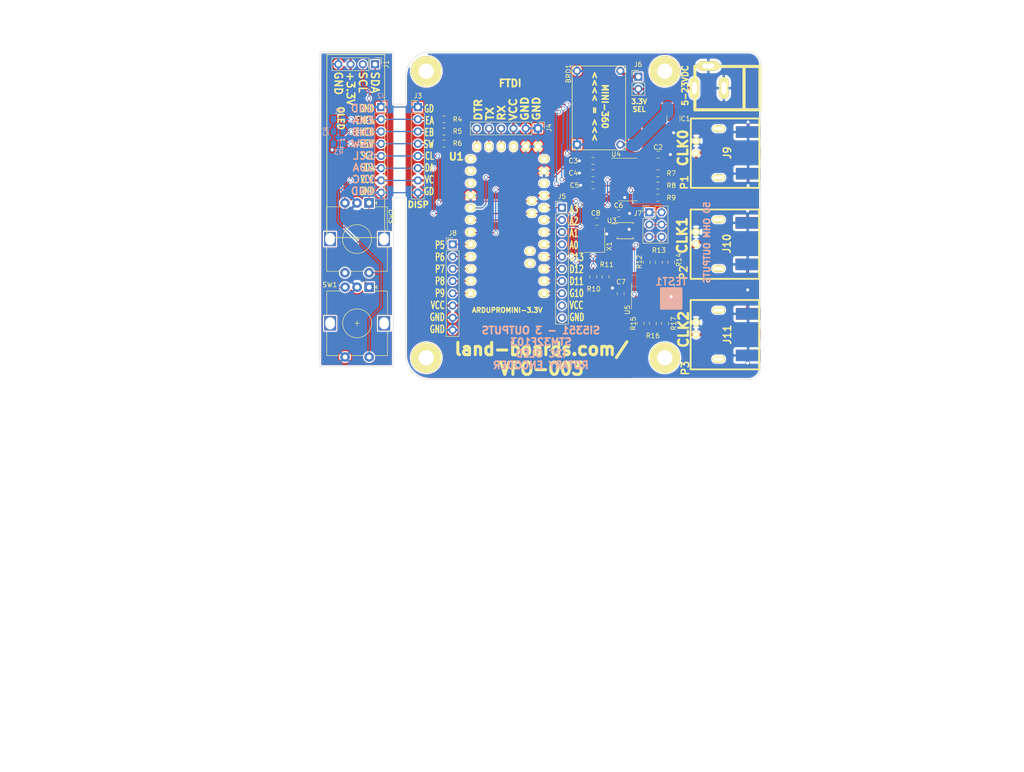
<source format=kicad_pcb>
(kicad_pcb (version 20171130) (host pcbnew "(5.1.5)-3")
  (title_block (title VFO-002) (date 2020-10-18) (rev 1) (company land-boards.com))
  (layers (0 F.Cu signal) (31 B.Cu signal) (36 B.SilkS user) (37 F.SilkS user) (38 B.Mask user) (39 F.Mask user) (44 Edge.Cuts user))
  (net 0 "")
  (net 1 GND)
  (net 2 /STM_TX)
  (net 3 /STM_RX)
  (net 4 +3V3)
  (net 5 /STM_SDA)
  (net 6 /STM_SCL)
  (net 7 "Net-(BRD1-PadIN+)")
  (net 8 /ENCSW)
  (net 9 /ENCB)
  (net 10 /ENCA)
  (net 11 "Net-(R7-Pad2)")
  (net 12 "Net-(R8-Pad2)")
  (net 13 "Net-(R9-Pad2)")
  (net 14 "Net-(R12-Pad2)")
  (net 15 /OUT0)
  (net 16 /OUT1)
  (net 17 /OUT3)
  (net 18 /CLK2)
  (net 19 /CLK1)
  (net 20 /CLK0)
  (net 21 "Net-(BRD1-PadOUT+)")
  (net 22 "Net-(C5-Pad1)")
  (net 23 "Net-(R15-Pad2)")
  (net 24 "Net-(R16-Pad2)")
  (net 25 "Net-(R17-Pad2)")
  (net 26 "Net-(C3-Pad1)")
  (net 27 "Net-(C4-Pad1)")
  (net 28 "Net-(R13-Pad2)")
  (net 29 "Net-(R14-Pad2)")
  (net 30 /STM_DTR)
  (net 31 /P2)
  (net 32 /P3)
  (net 33 /P4)
  (net 34 /A3)
  (net 35 /A2)
  (net 36 /A1)
  (net 37 /D13)
  (net 38 /D12)
  (net 39 /D11)
  (net 40 /D10)
  (net 41 /A0)
  (net 42 /P5)
  (net 43 /P6)
  (net 44 /P7)
  (net 45 /P8)
  (net 46 /P9)
  (net 47 "Net-(C8-Pad1)")
  (net 48 "Net-(C8-Pad2)")
  (module Oscillator:Oscillator_SMD_Abracon_ASE-4Pin_3.2x2.5mm_HandSoldering (layer F.Cu) (at 153.416 67.564 90)
    (fp_text reference X1 (at -1.27 3.048 90) (layer F.SilkS))
    (fp_text value ASE-xxxMHz)
    (pad 1 smd rect (at -1.375 1.1 90) (size 1.95 1.65) (layers F.Cu F.Paste F.Mask))
    (pad 2 smd rect (at 1.375 1.1 90) (size 1.95 1.65) (layers F.Cu F.Paste F.Mask) (net 1 GND))
    (pad 3 smd rect (at 1.375 -1.1 90) (size 1.95 1.65) (layers F.Cu F.Paste F.Mask) (net 48 "Net-(C8-Pad2)"))
    (pad 4 smd rect (at -1.375 -1.1 90) (size 1.95 1.65) (layers F.Cu F.Paste F.Mask) (net 4 +3V3))
  )
  (module LandBoards_BoardOutlines:ArduProMini (layer F.Cu) (at 125.1712 44.323)
    (fp_text reference U1 (at -0.4318 5.8928) (layer F.SilkS) (effects (font (size 1.5 1.5) (thickness 0.375))))
    (fp_text value ARDUPROMINI-3.3V (at 10.1346 37.7952) (layer F.SilkS) (effects (font (thickness 0.25))))
    (pad 6 thru_hole oval (at 3.81 3.81) (size 1.524 2) (drill 1) (layers *.Cu *.Mask F.SilkS) (net 30 /STM_DTR))
    (pad 5 thru_hole oval (at 6.35 3.81) (size 1.524 2) (drill 1) (layers *.Cu *.Mask F.SilkS) (net 2 /STM_TX))
    (pad 4 thru_hole oval (at 8.89 3.81) (size 1.524 2) (drill 1) (layers *.Cu *.Mask F.SilkS) (net 3 /STM_RX))
    (pad 3 thru_hole oval (at 11.43 3.81) (size 1.524 2) (drill 1) (layers *.Cu *.Mask F.SilkS))
    (pad 2 thru_hole oval (at 13.97 3.81) (size 1.524 2) (drill 1) (layers *.Cu *.Mask F.SilkS) (net 1 GND))
    (pad 1 thru_hole oval (at 16.51 3.81) (size 1.524 2) (drill 1) (layers *.Cu *.Mask F.SilkS) (net 1 GND))
    (pad 7 thru_hole oval (at 2.54 6.35) (size 2 1.524) (drill 1) (layers *.Cu *.Mask F.SilkS))
    (pad 8 thru_hole oval (at 2.54 8.89) (size 2 1.524) (drill 1) (layers *.Cu *.Mask F.SilkS))
    (pad 9 thru_hole oval (at 2.54 11.43) (size 2 1.524) (drill 1) (layers *.Cu *.Mask F.SilkS))
    (pad 10 thru_hole oval (at 2.54 13.97) (size 2 1.524) (drill 1) (layers *.Cu *.Mask F.SilkS) (net 1 GND))
    (pad 11 thru_hole oval (at 2.54 16.51) (size 2 1.524) (drill 1) (layers *.Cu *.Mask F.SilkS) (net 31 /P2))
    (pad 12 thru_hole oval (at 2.54 19.05) (size 2 1.524) (drill 1) (layers *.Cu *.Mask F.SilkS) (net 32 /P3))
    (pad 13 thru_hole oval (at 2.54 21.59) (size 2 1.524) (drill 1) (layers *.Cu *.Mask F.SilkS) (net 33 /P4))
    (pad 14 thru_hole oval (at 2.54 24.13) (size 2 1.524) (drill 1) (layers *.Cu *.Mask F.SilkS) (net 42 /P5))
    (pad 15 thru_hole oval (at 2.54 26.67) (size 2 1.524) (drill 1) (layers *.Cu *.Mask F.SilkS) (net 43 /P6))
    (pad 16 thru_hole oval (at 2.54 29.21) (size 2 1.524) (drill 1) (layers *.Cu *.Mask F.SilkS) (net 44 /P7))
    (pad 17 thru_hole oval (at 2.54 31.75) (size 2 1.524) (drill 1) (layers *.Cu *.Mask F.SilkS) (net 45 /P8))
    (pad 18 thru_hole oval (at 2.54 34.29) (size 2 1.524) (drill 1) (layers *.Cu *.Mask F.SilkS) (net 46 /P9))
    (pad 19 thru_hole oval (at 17.78 6.35) (size 2 1.524) (drill 1) (layers *.Cu *.Mask F.SilkS))
    (pad 20 thru_hole oval (at 17.78 8.89) (size 2 1.524) (drill 1) (layers *.Cu *.Mask F.SilkS) (net 1 GND))
    (pad 21 thru_hole oval (at 17.78 11.43) (size 2 1.524) (drill 1) (layers *.Cu *.Mask F.SilkS))
    (pad 22 thru_hole oval (at 17.78 13.97) (size 2 1.524) (drill 1) (layers *.Cu *.Mask F.SilkS) (net 4 +3V3))
    (pad 23 thru_hole oval (at 17.78 16.51) (size 2 1.524) (drill 1) (layers *.Cu *.Mask F.SilkS) (net 34 /A3))
    (pad 24 thru_hole oval (at 17.78 19.05) (size 2 1.524) (drill 1) (layers *.Cu *.Mask F.SilkS) (net 35 /A2))
    (pad 25 thru_hole oval (at 17.78 21.59) (size 2 1.524) (drill 1) (layers *.Cu *.Mask F.SilkS) (net 36 /A1))
    (pad 26 thru_hole oval (at 17.78 24.13) (size 2 1.524) (drill 1) (layers *.Cu *.Mask F.SilkS) (net 41 /A0))
    (pad 27 thru_hole oval (at 17.78 26.67) (size 2 1.524) (drill 1) (layers *.Cu *.Mask F.SilkS) (net 37 /D13))
    (pad 28 thru_hole oval (at 17.78 29.21) (size 2 1.524) (drill 1) (layers *.Cu *.Mask F.SilkS) (net 38 /D12))
    (pad 29 thru_hole oval (at 17.78 31.75) (size 2 1.524) (drill 1) (layers *.Cu *.Mask F.SilkS) (net 39 /D11))
    (pad 30 thru_hole oval (at 17.78 34.29) (size 2 1.524) (drill 1) (layers *.Cu *.Mask F.SilkS) (net 40 /D10))
    (pad 31 thru_hole oval (at 15.24 15.113) (size 2 1.524) (drill 1) (layers *.Cu *.Mask F.SilkS) (net 6 /STM_SCL))
    (pad 32 thru_hole oval (at 15.24 17.653) (size 2 1.524) (drill 1) (layers *.Cu *.Mask F.SilkS) (net 5 /STM_SDA))
    (pad 34 thru_hole oval (at 14.859 25.527) (size 2 1.524) (drill 1) (layers *.Cu *.Mask F.SilkS))
    (pad 35 thru_hole oval (at 14.859 28.067) (size 2 1.524) (drill 1) (layers *.Cu *.Mask F.SilkS))
  )
  (module Capacitor_SMD:C_0805_2012Metric_Pad1.15x1.40mm_HandSolder (layer F.Cu) (at 153.924 63.754 180)
    (fp_text reference C8 (at 0.254 1.778) (layer F.SilkS))
    (fp_text value 0.1uF)
    (pad 1 smd roundrect (at -1.025 0 180) (size 1.15 1.4) (layers F.Cu F.Paste F.Mask) (roundrect_rratio 0.217391) (net 47 "Net-(C8-Pad1)"))
    (pad 2 smd roundrect (at 1.025 0 180) (size 1.15 1.4) (layers F.Cu F.Paste F.Mask) (roundrect_rratio 0.217391) (net 48 "Net-(C8-Pad2)"))
  )
  (module Connector_PinHeader_2.54mm:PinHeader_1x06_P2.54mm_Vertical (layer F.Cu) (at 141.6812 44.3738 270)
    (fp_text reference J4 (at -0.1524 -2.286 90) (layer F.SilkS))
    (fp_text value Conn_01x06)
    (pad 6 thru_hole oval (at 0 12.7 270) (size 1.7 1.7) (drill 1) (layers *.Cu *.Mask) (net 30 /STM_DTR))
    (pad 5 thru_hole oval (at 0 10.16 270) (size 1.7 1.7) (drill 1) (layers *.Cu *.Mask) (net 2 /STM_TX))
    (pad 4 thru_hole oval (at 0 7.62 270) (size 1.7 1.7) (drill 1) (layers *.Cu *.Mask) (net 3 /STM_RX))
    (pad 3 thru_hole oval (at 0 5.08 270) (size 1.7 1.7) (drill 1) (layers *.Cu *.Mask) (net 4 +3V3))
    (pad 2 thru_hole oval (at 0 2.54 270) (size 1.7 1.7) (drill 1) (layers *.Cu *.Mask) (net 1 GND))
    (pad 1 thru_hole rect (at 0 0 270) (size 1.7 1.7) (drill 1) (layers *.Cu *.Mask) (net 1 GND))
  )
  (module LandBoards_Conns:BNC-RT-OVAL_MTG (layer F.Cu) (at 174.5 87.2 270)
    (fp_text reference P3 (at 6.959 2.241 90) (layer F.SilkS) (effects (font (size 1.524 1.524) (thickness 0.3048))))
    (fp_text value BNC hide)
    (pad 1 thru_hole circle (at 0 0 270) (size 1.5748 1.5748) (drill 0.889) (layers *.Cu *.Mask F.SilkS) (net 17 /OUT3))
    (pad 2 thru_hole circle (at -2.54 0 270) (size 1.651 1.651) (drill 0.889) (layers *.Cu *.Mask F.SilkS) (net 1 GND))
    (pad "" thru_hole oval (at -5.08 -4.68 270) (size 1.4 2.6) (drill oval 0.6 2.00914) (layers *.Cu *.Mask F.SilkS))
    (pad "" thru_hole oval (at 5.08 -4.68 270) (size 1.4 2.6) (drill oval 0.6 2.00914) (layers *.Cu *.Mask F.SilkS))
  )
  (module LandBoards_Conns:BNC-RT-OVAL_MTG (layer F.Cu) (at 174.5 68.4 270)
    (fp_text reference P2 (at 5.94 2.59 270) (layer F.SilkS) (effects (font (size 1.524 1.524) (thickness 0.3048))))
    (fp_text value BNC hide)
    (pad 1 thru_hole circle (at 0 0 270) (size 1.5748 1.5748) (drill 0.889) (layers *.Cu *.Mask F.SilkS) (net 16 /OUT1))
    (pad 2 thru_hole circle (at -2.54 0 270) (size 1.651 1.651) (drill 0.889) (layers *.Cu *.Mask F.SilkS) (net 1 GND))
    (pad "" thru_hole oval (at -5.08 -4.68 270) (size 1.4 2.6) (drill oval 0.6 2.00914) (layers *.Cu *.Mask F.SilkS))
    (pad "" thru_hole oval (at 5.08 -4.68 270) (size 1.4 2.6) (drill oval 0.6 2.00914) (layers *.Cu *.Mask F.SilkS))
  )
  (module LandBoards_Conns:BNC-RT-OVAL_MTG (layer F.Cu) (at 174.545 49.5 270)
    (fp_text reference P1 (at 6.08 2.465 270) (layer F.SilkS) (effects (font (size 1.524 1.524) (thickness 0.3048))))
    (fp_text value BNC hide)
    (pad 1 thru_hole circle (at 0 0 270) (size 1.5748 1.5748) (drill 0.889) (layers *.Cu *.Mask F.SilkS) (net 15 /OUT0))
    (pad 2 thru_hole circle (at -2.54 0 270) (size 1.651 1.651) (drill 0.889) (layers *.Cu *.Mask F.SilkS) (net 1 GND))
    (pad "" thru_hole oval (at -5.08 -4.68 270) (size 1.4 2.6) (drill oval 0.6 2.00914) (layers *.Cu *.Mask F.SilkS))
    (pad "" thru_hole oval (at 5.08 -4.68 270) (size 1.4 2.6) (drill oval 0.6 2.00914) (layers *.Cu *.Mask F.SilkS))
  )
  (module LandBoards_BoardOutlines:MINI-360 (layer F.Cu) (at 148.7894 48.82 90)
    (fp_text reference BRD1 (at 15.82 -0.7894 270) (layer F.SilkS))
    (fp_text value MINI-360)
    (pad OUT+ thru_hole oval (at 16.4 10 90) (size 1.7 1.7) (drill 1) (layers *.Cu *.Mask) (net 21 "Net-(BRD1-PadOUT+)"))
    (pad IN+ thru_hole oval (at 1.1 10 90) (size 1.7 1.7) (drill 1) (layers *.Cu *.Mask) (net 7 "Net-(BRD1-PadIN+)"))
    (pad OUT- thru_hole oval (at 16.4 1 90) (size 1.7 1.7) (drill 1) (layers *.Cu *.Mask) (net 1 GND))
    (pad IN- thru_hole rect (at 1.1 1 90) (size 1.7 1.7) (drill 1) (layers *.Cu *.Mask) (net 1 GND))
  )
  (module LandBoards_BoardOutlines:OLED-091in (layer F.Cu) (at 107.87 31.04 270)
    (fp_text reference J1 (at 0 -2.33 90) (layer F.SilkS))
    (fp_text value OLED_I2C)
    (pad 4 thru_hole oval (at 0 7.62 270) (size 1.7 1.7) (drill 1) (layers *.Cu *.Mask) (net 1 GND))
    (pad 3 thru_hole oval (at 0 5.08 270) (size 1.7 1.7) (drill 1) (layers *.Cu *.Mask) (net 4 +3V3))
    (pad 2 thru_hole oval (at 0 2.54 270) (size 1.7 1.7) (drill 1) (layers *.Cu *.Mask) (net 6 /STM_SCL))
    (pad 1 thru_hole rect (at 0 0 270) (size 1.7 1.7) (drill 1) (layers *.Cu *.Mask) (net 5 /STM_SDA))
  )
  (module Rotary_Encoder:RotaryEncoder_Alps_EC12E-Switch_Vertical_H20mm (layer F.Cu) (at 106.6254 59.8436 270)
    (fp_text reference SW2 (at 2.8 -4.7 90) (layer F.SilkS))
    (fp_text value Rotary_Encoder_Switch)
    (pad S2 thru_hole circle (at 14.5 5 270) (size 2 2) (drill 1) (layers *.Cu *.Mask))
    (pad S1 thru_hole circle (at 14.5 0 270) (size 2 2) (drill 1) (layers *.Cu *.Mask) (net 8 /ENCSW))
    (pad MP thru_hole rect (at 7.5 8.1 270) (size 3 2.5) (drill oval 2.5 2) (layers *.Cu *.Mask))
    (pad MP thru_hole rect (at 7.5 -3.1 270) (size 3 2.5) (drill oval 2.5 2) (layers *.Cu *.Mask))
    (pad B thru_hole circle (at 0 5 270) (size 2 2) (drill 1) (layers *.Cu *.Mask) (net 9 /ENCB))
    (pad C thru_hole circle (at 0 2.5 270) (size 2 2) (drill 1) (layers *.Cu *.Mask) (net 1 GND))
    (pad A thru_hole rect (at 0 0 270) (size 2 2) (drill 1) (layers *.Cu *.Mask) (net 10 /ENCA))
  )
  (module Connector_PinHeader_2.54mm:PinHeader_1x08_P2.54mm_Vertical (layer B.Cu) (at 109.14 39.93 180)
    (fp_text reference J2 (at 0 2.33) (layer B.SilkS) (effects (justify mirror)))
    (fp_text value Conn_01x08)
    (pad 8 thru_hole oval (at 0 -17.78 180) (size 1.7 1.7) (drill 1) (layers *.Cu *.Mask) (net 1 GND))
    (pad 7 thru_hole oval (at 0 -15.24 180) (size 1.7 1.7) (drill 1) (layers *.Cu *.Mask) (net 4 +3V3))
    (pad 6 thru_hole oval (at 0 -12.7 180) (size 1.7 1.7) (drill 1) (layers *.Cu *.Mask) (net 5 /STM_SDA))
    (pad 5 thru_hole oval (at 0 -10.16 180) (size 1.7 1.7) (drill 1) (layers *.Cu *.Mask) (net 6 /STM_SCL))
    (pad 4 thru_hole oval (at 0 -7.62 180) (size 1.7 1.7) (drill 1) (layers *.Cu *.Mask) (net 8 /ENCSW))
    (pad 3 thru_hole oval (at 0 -5.08 180) (size 1.7 1.7) (drill 1) (layers *.Cu *.Mask) (net 9 /ENCB))
    (pad 2 thru_hole oval (at 0 -2.54 180) (size 1.7 1.7) (drill 1) (layers *.Cu *.Mask) (net 10 /ENCA))
    (pad 1 thru_hole rect (at 0 0 180) (size 1.7 1.7) (drill 1) (layers *.Cu *.Mask) (net 1 GND))
  )
  (module Connector_PinHeader_2.54mm:PinHeader_1x08_P2.54mm_Vertical (layer F.Cu) (at 116.76 39.93)
    (fp_text reference J3 (at 0 -2.33) (layer F.SilkS))
    (fp_text value Conn_01x08)
    (pad 8 thru_hole oval (at 0 17.78) (size 1.7 1.7) (drill 1) (layers *.Cu *.Mask) (net 1 GND))
    (pad 7 thru_hole oval (at 0 15.24) (size 1.7 1.7) (drill 1) (layers *.Cu *.Mask) (net 4 +3V3))
    (pad 6 thru_hole oval (at 0 12.7) (size 1.7 1.7) (drill 1) (layers *.Cu *.Mask) (net 5 /STM_SDA))
    (pad 5 thru_hole oval (at 0 10.16) (size 1.7 1.7) (drill 1) (layers *.Cu *.Mask) (net 6 /STM_SCL))
    (pad 4 thru_hole oval (at 0 7.62) (size 1.7 1.7) (drill 1) (layers *.Cu *.Mask) (net 8 /ENCSW))
    (pad 3 thru_hole oval (at 0 5.08) (size 1.7 1.7) (drill 1) (layers *.Cu *.Mask) (net 9 /ENCB))
    (pad 2 thru_hole oval (at 0 2.54) (size 1.7 1.7) (drill 1) (layers *.Cu *.Mask) (net 10 /ENCA))
    (pad 1 thru_hole rect (at 0 0) (size 1.7 1.7) (drill 1) (layers *.Cu *.Mask) (net 1 GND))
  )
  (module LandBoards_Conns:DCJ-NEW-Slotted (layer F.Cu) (at 180.25 36 180)
    (fp_text reference J99 hide)
    (fp_text value DCJ0202 hide)
    (pad 3 thru_hole oval (at 3.2 4.6 180) (size 4.6 2) (drill oval 2.54 1) (layers *.Cu *.Mask F.SilkS) (net 1 GND))
    (pad 1 thru_hole oval (at 6.1 0 180) (size 2 4.6) (drill oval 1 2.54) (layers *.Cu *.Mask F.SilkS) (net 7 "Net-(BRD1-PadIN+)"))
    (pad 2 thru_hole oval (at 0 0 180) (size 2 4.6) (drill oval 1 2.54) (layers *.Cu *.Mask F.SilkS) (net 1 GND))
  )
  (module Resistor_SMD:R_0805_2012Metric_Pad1.15x1.40mm_HandSolder (layer B.Cu) (at 100.25 45.01)
    (fp_text reference R2 (at -2.54 0 90) (layer B.SilkS) (effects (justify mirror)))
    (fp_text value 10K)
    (pad 2 smd roundrect (at 1.025 0) (size 1.15 1.4) (layers B.Cu B.Paste B.Mask) (roundrect_rratio 0.217391) (net 9 /ENCB))
    (pad 1 smd roundrect (at -1.025 0) (size 1.15 1.4) (layers B.Cu B.Paste B.Mask) (roundrect_rratio 0.217391) (net 4 +3V3))
  )
  (module Resistor_SMD:R_0805_2012Metric_Pad1.15x1.40mm_HandSolder (layer B.Cu) (at 100.25 42.47)
    (fp_text reference R1 (at 0.09 -1.67) (layer B.SilkS) (effects (justify mirror)))
    (fp_text value 10K)
    (pad 2 smd roundrect (at 1.025 0) (size 1.15 1.4) (layers B.Cu B.Paste B.Mask) (roundrect_rratio 0.217391) (net 10 /ENCA))
    (pad 1 smd roundrect (at -1.025 0) (size 1.15 1.4) (layers B.Cu B.Paste B.Mask) (roundrect_rratio 0.217391) (net 4 +3V3))
  )
  (module Resistor_SMD:R_0805_2012Metric_Pad1.15x1.40mm_HandSolder (layer B.Cu) (at 100.25 47.55)
    (fp_text reference R3 (at 0.09 1.75) (layer B.SilkS) (effects (justify mirror)))
    (fp_text value 10K)
    (pad 2 smd roundrect (at 1.025 0) (size 1.15 1.4) (layers B.Cu B.Paste B.Mask) (roundrect_rratio 0.217391) (net 8 /ENCSW))
    (pad 1 smd roundrect (at -1.025 0) (size 1.15 1.4) (layers B.Cu B.Paste B.Mask) (roundrect_rratio 0.217391) (net 4 +3V3))
  )
  (module Resistor_SMD:R_0805_2012Metric_Pad1.15x1.40mm_HandSolder (layer F.Cu) (at 166.562 58.772 180)
    (fp_text reference R9 (at -2.776 0) (layer F.SilkS))
    (fp_text value 150)
    (pad 2 smd roundrect (at 1.025 0 180) (size 1.15 1.4) (layers F.Cu F.Paste F.Mask) (roundrect_rratio 0.217391) (net 13 "Net-(R9-Pad2)"))
    (pad 1 smd roundrect (at -1.025 0 180) (size 1.15 1.4) (layers F.Cu F.Paste F.Mask) (roundrect_rratio 0.217391) (net 15 /OUT0))
  )
  (module Resistor_SMD:R_0805_2012Metric_Pad1.15x1.40mm_HandSolder (layer F.Cu) (at 166.562 56.232 180)
    (fp_text reference R8 (at -2.794 0) (layer F.SilkS))
    (fp_text value 150)
    (pad 2 smd roundrect (at 1.025 0 180) (size 1.15 1.4) (layers F.Cu F.Paste F.Mask) (roundrect_rratio 0.217391) (net 12 "Net-(R8-Pad2)"))
    (pad 1 smd roundrect (at -1.025 0 180) (size 1.15 1.4) (layers F.Cu F.Paste F.Mask) (roundrect_rratio 0.217391) (net 15 /OUT0))
  )
  (module Resistor_SMD:R_0805_2012Metric_Pad1.15x1.40mm_HandSolder (layer F.Cu) (at 166.798 72.18 270)
    (fp_text reference R13 (at -2.5078 0.0216 180) (layer F.SilkS))
    (fp_text value 150)
    (pad 2 smd roundrect (at 1.025 0 270) (size 1.15 1.4) (layers F.Cu F.Paste F.Mask) (roundrect_rratio 0.217391) (net 28 "Net-(R13-Pad2)"))
    (pad 1 smd roundrect (at -1.025 0 270) (size 1.15 1.4) (layers F.Cu F.Paste F.Mask) (roundrect_rratio 0.217391) (net 16 /OUT1))
  )
  (module Resistor_SMD:R_0805_2012Metric_Pad1.15x1.40mm_HandSolder (layer F.Cu) (at 164.258 72.18 270)
    (fp_text reference R12 (at -0.0948 1.571 90) (layer F.SilkS))
    (fp_text value 150)
    (pad 2 smd roundrect (at 1.025 0 270) (size 1.15 1.4) (layers F.Cu F.Paste F.Mask) (roundrect_rratio 0.217391) (net 14 "Net-(R12-Pad2)"))
    (pad 1 smd roundrect (at -1.025 0 270) (size 1.15 1.4) (layers F.Cu F.Paste F.Mask) (roundrect_rratio 0.217391) (net 16 /OUT1))
  )
  (module Resistor_SMD:R_0805_2012Metric_Pad1.15x1.40mm_HandSolder (layer F.Cu) (at 169.338 72.18 270)
    (fp_text reference R14 (at -0.5266 -1.604 90) (layer F.SilkS))
    (fp_text value 150)
    (pad 2 smd roundrect (at 1.025 0 270) (size 1.15 1.4) (layers F.Cu F.Paste F.Mask) (roundrect_rratio 0.217391) (net 29 "Net-(R14-Pad2)"))
    (pad 1 smd roundrect (at -1.025 0 270) (size 1.15 1.4) (layers F.Cu F.Paste F.Mask) (roundrect_rratio 0.217391) (net 16 /OUT1))
  )
  (module Resistor_SMD:R_0805_2012Metric_Pad1.15x1.40mm_HandSolder (layer F.Cu) (at 162.988 84.88 90)
    (fp_text reference R15 (at -0.008 -1.524 90) (layer F.SilkS))
    (fp_text value 150)
    (pad 2 smd roundrect (at 1.025 0 90) (size 1.15 1.4) (layers F.Cu F.Paste F.Mask) (roundrect_rratio 0.217391) (net 23 "Net-(R15-Pad2)"))
    (pad 1 smd roundrect (at -1.025 0 90) (size 1.15 1.4) (layers F.Cu F.Paste F.Mask) (roundrect_rratio 0.217391) (net 17 /OUT3))
  )
  (module Resistor_SMD:R_0805_2012Metric_Pad1.15x1.40mm_HandSolder (layer F.Cu) (at 153.162 75.184 90)
    (fp_text reference R10 (at -2.54 0.08 180) (layer F.SilkS))
    (fp_text value 10K)
    (pad 2 smd roundrect (at 1.025 0 90) (size 1.15 1.4) (layers F.Cu F.Paste F.Mask) (roundrect_rratio 0.217391) (net 5 /STM_SDA))
    (pad 1 smd roundrect (at -1.025 0 90) (size 1.15 1.4) (layers F.Cu F.Paste F.Mask) (roundrect_rratio 0.217391) (net 4 +3V3))
  )
  (module Resistor_SMD:R_0805_2012Metric_Pad1.15x1.40mm_HandSolder (layer F.Cu) (at 155.702 75.184 90)
    (fp_text reference R11 (at 2.54 0.254) (layer F.SilkS))
    (fp_text value 10K)
    (pad 2 smd roundrect (at 1.025 0 90) (size 1.15 1.4) (layers F.Cu F.Paste F.Mask) (roundrect_rratio 0.217391) (net 6 /STM_SCL))
    (pad 1 smd roundrect (at -1.025 0 90) (size 1.15 1.4) (layers F.Cu F.Paste F.Mask) (roundrect_rratio 0.217391) (net 4 +3V3))
  )
  (module Resistor_SMD:R_0805_2012Metric_Pad1.15x1.40mm_HandSolder (layer F.Cu) (at 166.562 53.692 180)
    (fp_text reference R7 (at -2.794 0) (layer F.SilkS))
    (fp_text value 150)
    (pad 2 smd roundrect (at 1.025 0 180) (size 1.15 1.4) (layers F.Cu F.Paste F.Mask) (roundrect_rratio 0.217391) (net 11 "Net-(R7-Pad2)"))
    (pad 1 smd roundrect (at -1.025 0 180) (size 1.15 1.4) (layers F.Cu F.Paste F.Mask) (roundrect_rratio 0.217391) (net 15 /OUT0))
  )
  (module Resistor_SMD:R_0805_2012Metric_Pad1.15x1.40mm_HandSolder (layer F.Cu) (at 165.528 84.88 90)
    (fp_text reference R16 (at -2.548 0 180) (layer F.SilkS))
    (fp_text value 150)
    (pad 2 smd roundrect (at 1.025 0 90) (size 1.15 1.4) (layers F.Cu F.Paste F.Mask) (roundrect_rratio 0.217391) (net 24 "Net-(R16-Pad2)"))
    (pad 1 smd roundrect (at -1.025 0 90) (size 1.15 1.4) (layers F.Cu F.Paste F.Mask) (roundrect_rratio 0.217391) (net 17 /OUT3))
  )
  (module Resistor_SMD:R_0805_2012Metric_Pad1.15x1.40mm_HandSolder (layer F.Cu) (at 168.068 84.88 90)
    (fp_text reference R17 (at -0.008 1.778 90) (layer F.SilkS))
    (fp_text value 150)
    (pad 2 smd roundrect (at 1.025 0 90) (size 1.15 1.4) (layers F.Cu F.Paste F.Mask) (roundrect_rratio 0.217391) (net 25 "Net-(R17-Pad2)"))
    (pad 1 smd roundrect (at -1.025 0 90) (size 1.15 1.4) (layers F.Cu F.Paste F.Mask) (roundrect_rratio 0.217391) (net 17 /OUT3))
  )
  (module Rotary_Encoder:RotaryEncoder_Alps_EC12E-Switch_Vertical_H20mm (layer F.Cu) (at 106.6508 77.3442 270)
    (fp_text reference SW1 (at -0.514 8.168 180) (layer F.SilkS))
    (fp_text value Rotary_Encoder_Switch)
    (pad A thru_hole rect (at 0 0 270) (size 2 2) (drill 1) (layers *.Cu *.Mask) (net 10 /ENCA))
    (pad C thru_hole circle (at 0 2.5 270) (size 2 2) (drill 1) (layers *.Cu *.Mask) (net 1 GND))
    (pad B thru_hole circle (at 0 5 270) (size 2 2) (drill 1) (layers *.Cu *.Mask) (net 9 /ENCB))
    (pad MP thru_hole rect (at 7.5 -3.1 270) (size 3 2.5) (drill oval 2.5 2) (layers *.Cu *.Mask))
    (pad MP thru_hole rect (at 7.5 8.1 270) (size 3 2.5) (drill oval 2.5 2) (layers *.Cu *.Mask))
    (pad S1 thru_hole circle (at 14.5 0 270) (size 2 2) (drill 1) (layers *.Cu *.Mask) (net 8 /ENCSW))
    (pad S2 thru_hole circle (at 14.5 5 270) (size 2 2) (drill 1) (layers *.Cu *.Mask) (net 1 GND))
  )
  (module LandBoards_Marking:TEST_BLK-REAR (layer F.Cu) (at 169.338 79.681)
    (fp_text reference TEST1 (at 0 -3.5) (layer B.SilkS) (effects (font (size 1.524 1.524) (thickness 0.3048)) (justify mirror)))
    (fp_text value COUPON hide)
  )
  (module Package_SO:MSOP-10_3x3mm_P0.5mm (layer F.Cu) (at 159.8 65.6)
    (fp_text reference U3 (at -2.794 -2.1) (layer F.SilkS))
    (fp_text value Si5351A)
    (pad 10 smd rect (at 2.2 -1) (size 1.4 0.3) (layers F.Cu F.Paste F.Mask) (net 20 /CLK0))
    (pad 9 smd rect (at 2.2 -0.5) (size 1.4 0.3) (layers F.Cu F.Paste F.Mask) (net 19 /CLK1))
    (pad 8 smd rect (at 2.2 0) (size 1.4 0.3) (layers F.Cu F.Paste F.Mask) (net 1 GND))
    (pad 7 smd rect (at 2.2 0.5) (size 1.4 0.3) (layers F.Cu F.Paste F.Mask) (net 4 +3V3))
    (pad 6 smd rect (at 2.2 1) (size 1.4 0.3) (layers F.Cu F.Paste F.Mask) (net 18 /CLK2))
    (pad 5 smd rect (at -2.2 1) (size 1.4 0.3) (layers F.Cu F.Paste F.Mask) (net 5 /STM_SDA))
    (pad 4 smd rect (at -2.2 0.5) (size 1.4 0.3) (layers F.Cu F.Paste F.Mask) (net 6 /STM_SCL))
    (pad 3 smd rect (at -2.2 0) (size 1.4 0.3) (layers F.Cu F.Paste F.Mask))
    (pad 2 smd rect (at -2.2 -0.5) (size 1.4 0.3) (layers F.Cu F.Paste F.Mask) (net 47 "Net-(C8-Pad1)"))
    (pad 1 smd rect (at -2.2 -1) (size 1.4 0.3) (layers F.Cu F.Paste F.Mask) (net 4 +3V3))
  )
  (module Package_SO:SOIC-14_3.9x8.7mm_P1.27mm (layer F.Cu) (at 160.342 54.992)
    (fp_text reference U4 (at -2.434 -5.27) (layer F.SilkS))
    (fp_text value 74AC14)
    (pad 14 smd roundrect (at 2.475 -3.81) (size 1.95 0.6) (layers F.Cu F.Paste F.Mask) (net 4 +3V3))
    (pad 13 smd roundrect (at 2.475 -2.54) (size 1.95 0.6) (layers F.Cu F.Paste F.Mask) (net 20 /CLK0))
    (pad 12 smd roundrect (at 2.475 -1.27) (size 1.95 0.6) (layers F.Cu F.Paste F.Mask) (net 11 "Net-(R7-Pad2)"))
    (pad 11 smd roundrect (at 2.475 0) (size 1.95 0.6) (layers F.Cu F.Paste F.Mask) (net 20 /CLK0))
    (pad 10 smd roundrect (at 2.475 1.27) (size 1.95 0.6) (layers F.Cu F.Paste F.Mask) (net 12 "Net-(R8-Pad2)"))
    (pad 9 smd roundrect (at 2.475 2.54) (size 1.95 0.6) (layers F.Cu F.Paste F.Mask) (net 20 /CLK0))
    (pad 8 smd roundrect (at 2.475 3.81) (size 1.95 0.6) (layers F.Cu F.Paste F.Mask) (net 13 "Net-(R9-Pad2)"))
    (pad 7 smd roundrect (at -2.475 3.81) (size 1.95 0.6) (layers F.Cu F.Paste F.Mask) (net 1 GND))
    (pad 6 smd roundrect (at -2.475 2.54) (size 1.95 0.6) (layers F.Cu F.Paste F.Mask) (net 33 /P4))
    (pad 5 smd roundrect (at -2.475 1.27) (size 1.95 0.6) (layers F.Cu F.Paste F.Mask) (net 22 "Net-(C5-Pad1)"))
    (pad 4 smd roundrect (at -2.475 0) (size 1.95 0.6) (layers F.Cu F.Paste F.Mask) (net 32 /P3))
    (pad 3 smd roundrect (at -2.475 -1.27) (size 1.95 0.6) (layers F.Cu F.Paste F.Mask) (net 27 "Net-(C4-Pad1)"))
    (pad 2 smd roundrect (at -2.475 -2.54) (size 1.95 0.6) (layers F.Cu F.Paste F.Mask) (net 31 /P2))
    (pad 1 smd roundrect (at -2.475 -3.81) (size 1.95 0.6) (layers F.Cu F.Paste F.Mask) (net 26 "Net-(C3-Pad1)"))
  )
  (module Package_SO:SOIC-14_3.9x8.7mm_P1.27mm (layer F.Cu) (at 165.528 78.5 90)
    (fp_text reference U5 (at -3.556 -5.28 90) (layer F.SilkS))
    (fp_text value 74AC14)
    (pad 14 smd roundrect (at 2.475 -3.81 90) (size 1.95 0.6) (layers F.Cu F.Paste F.Mask) (net 4 +3V3))
    (pad 13 smd roundrect (at 2.475 -2.54 90) (size 1.95 0.6) (layers F.Cu F.Paste F.Mask) (net 19 /CLK1))
    (pad 12 smd roundrect (at 2.475 -1.27 90) (size 1.95 0.6) (layers F.Cu F.Paste F.Mask) (net 14 "Net-(R12-Pad2)"))
    (pad 11 smd roundrect (at 2.475 0 90) (size 1.95 0.6) (layers F.Cu F.Paste F.Mask) (net 19 /CLK1))
    (pad 10 smd roundrect (at 2.475 1.27 90) (size 1.95 0.6) (layers F.Cu F.Paste F.Mask) (net 28 "Net-(R13-Pad2)"))
    (pad 9 smd roundrect (at 2.475 2.54 90) (size 1.95 0.6) (layers F.Cu F.Paste F.Mask) (net 19 /CLK1))
    (pad 8 smd roundrect (at 2.475 3.81 90) (size 1.95 0.6) (layers F.Cu F.Paste F.Mask) (net 29 "Net-(R14-Pad2)"))
    (pad 7 smd roundrect (at -2.475 3.81 90) (size 1.95 0.6) (layers F.Cu F.Paste F.Mask) (net 1 GND))
    (pad 6 smd roundrect (at -2.475 2.54 90) (size 1.95 0.6) (layers F.Cu F.Paste F.Mask) (net 25 "Net-(R17-Pad2)"))
    (pad 5 smd roundrect (at -2.475 1.27 90) (size 1.95 0.6) (layers F.Cu F.Paste F.Mask) (net 18 /CLK2))
    (pad 4 smd roundrect (at -2.475 0 90) (size 1.95 0.6) (layers F.Cu F.Paste F.Mask) (net 24 "Net-(R16-Pad2)"))
    (pad 3 smd roundrect (at -2.475 -1.27 90) (size 1.95 0.6) (layers F.Cu F.Paste F.Mask) (net 18 /CLK2))
    (pad 2 smd roundrect (at -2.475 -2.54 90) (size 1.95 0.6) (layers F.Cu F.Paste F.Mask) (net 23 "Net-(R15-Pad2)"))
    (pad 1 smd roundrect (at -2.475 -3.81 90) (size 1.95 0.6) (layers F.Cu F.Paste F.Mask) (net 18 /CLK2))
  )
  (module LandBoards_MountHoles:MTG-4-40 (layer F.Cu) (at 168 32.5)
    (fp_text reference MTG1 hide)
    (fp_text value MTG_HOLE hide)
    (pad 1 thru_hole circle (at 0 0) (size 6.35 6.35) (drill 3.175) (layers *.Cu *.Mask F.SilkS))
  )
  (module LandBoards_MountHoles:MTG-4-40 (layer F.Cu) (at 118.5 92)
    (fp_text reference MTG2 hide)
    (fp_text value MTG_HOLE hide)
    (pad 1 thru_hole circle (at 0 0) (size 6.35 6.35) (drill 3.175) (layers *.Cu *.Mask F.SilkS))
  )
  (module LandBoards_MountHoles:MTG-4-40 (layer F.Cu) (at 168 92)
    (fp_text reference MTG3 hide)
    (fp_text value MTG_HOLE hide)
    (pad 1 thru_hole circle (at 0 0) (size 6.35 6.35) (drill 3.175) (layers *.Cu *.Mask F.SilkS))
  )
  (module LandBoards_MountHoles:MTG-4-40 (layer F.Cu) (at 118.5 32.5)
    (fp_text reference MTG4 hide)
    (fp_text value MTG_HOLE hide)
    (pad 1 thru_hole circle (at 0 0) (size 6.35 6.35) (drill 3.175) (layers *.Cu *.Mask F.SilkS))
  )
  (module Capacitor_SMD:C_0805_2012Metric_Pad1.15x1.40mm_HandSolder (layer F.Cu) (at 166.6202 49.8152)
    (fp_text reference C2 (at 0 -1.524) (layer F.SilkS))
    (fp_text value 0.1uF)
    (pad 2 smd roundrect (at 1.025 0) (size 1.15 1.4) (layers F.Cu F.Paste F.Mask) (roundrect_rratio 0.217391) (net 1 GND))
    (pad 1 smd roundrect (at -1.025 0) (size 1.15 1.4) (layers F.Cu F.Paste F.Mask) (roundrect_rratio 0.217391) (net 4 +3V3))
  )
  (module Capacitor_SMD:C_0805_2012Metric_Pad1.15x1.40mm_HandSolder (layer F.Cu) (at 158.85 78.7 90)
    (fp_text reference C7 (at 2.448 0.074 180) (layer F.SilkS))
    (fp_text value 0.1uF)
    (pad 2 smd roundrect (at 1.025 0 90) (size 1.15 1.4) (layers F.Cu F.Paste F.Mask) (roundrect_rratio 0.217391) (net 1 GND))
    (pad 1 smd roundrect (at -1.025 0 90) (size 1.15 1.4) (layers F.Cu F.Paste F.Mask) (roundrect_rratio 0.217391) (net 4 +3V3))
  )
  (module Capacitor_SMD:C_0805_2012Metric_Pad1.15x1.40mm_HandSolder (layer F.Cu) (at 158.416 62.028)
    (fp_text reference C6 (at 0 -1.65) (layer F.SilkS))
    (fp_text value 0.1uF)
    (pad 2 smd roundrect (at 1.025 0) (size 1.15 1.4) (layers F.Cu F.Paste F.Mask) (roundrect_rratio 0.217391) (net 1 GND))
    (pad 1 smd roundrect (at -1.025 0) (size 1.15 1.4) (layers F.Cu F.Paste F.Mask) (roundrect_rratio 0.217391) (net 4 +3V3))
  )
  (module Capacitor_SMD:C_1210_3225Metric_Pad1.42x2.65mm_HandSolder (layer F.Cu) (at 169.8 42.3 270)
    (fp_text reference C1 (at 0.05 -2.5 180) (layer F.SilkS))
    (fp_text value 10uF)
    (pad 2 smd roundrect (at 1.4875 0 270) (size 1.425 2.65) (layers F.Cu F.Paste F.Mask) (roundrect_rratio 0.175439) (net 1 GND))
    (pad 1 smd roundrect (at -1.4875 0 270) (size 1.425 2.65) (layers F.Cu F.Paste F.Mask) (roundrect_rratio 0.175439) (net 4 +3V3))
  )
  (module Connector_PinHeader_2.54mm:PinHeader_1x02_P2.54mm_Vertical (layer F.Cu) (at 162.5308 33.6308)
    (fp_text reference J6 (at -0.0724 -2.5412) (layer F.SilkS))
    (fp_text value Conn_01x02)
    (pad 2 thru_hole oval (at 0 2.54) (size 1.7 1.7) (drill 1) (layers *.Cu *.Mask) (net 4 +3V3))
    (pad 1 thru_hole rect (at 0 0) (size 1.7 1.7) (drill 1) (layers *.Cu *.Mask) (net 21 "Net-(BRD1-PadOUT+)"))
  )
  (module LandBoards_Conns:SMA_EDGE (layer F.Cu) (at 185.3 49.45)
    (fp_text reference J9 (at -4.318 0 90) (layer F.SilkS) (effects (font (size 1.524 1.524) (thickness 0.3048))))
    (fp_text value SMA-F hide)
    (pad 2 smd rect (at 0 4.318) (size 5.08 2.413) (layers B.Cu B.Paste B.Mask) (net 1 GND))
    (pad 2 smd rect (at 0 -4.318) (size 5.08 2.413) (layers B.Cu B.Paste B.Mask) (net 1 GND))
    (pad 2 smd rect (at 0 4.318) (size 5.08 2.413) (layers F.Cu F.Paste F.Mask) (net 1 GND))
    (pad 2 smd rect (at 0 -4.318) (size 5.08 2.413) (layers F.Cu F.Paste F.Mask) (net 1 GND))
    (pad 1 smd rect (at 0 0) (size 5.08 2.286) (layers F.Cu F.Paste F.Mask) (net 15 /OUT0))
  )
  (module LandBoards_Conns:SMA_EDGE (layer F.Cu) (at 185.2 68.3)
    (fp_text reference J10 (at -4.318 0 90) (layer F.SilkS) (effects (font (size 1.524 1.524) (thickness 0.3048))))
    (fp_text value SMA-F hide)
    (pad 2 smd rect (at 0 4.318) (size 5.08 2.413) (layers B.Cu B.Paste B.Mask) (net 1 GND))
    (pad 2 smd rect (at 0 -4.318) (size 5.08 2.413) (layers B.Cu B.Paste B.Mask) (net 1 GND))
    (pad 2 smd rect (at 0 4.318) (size 5.08 2.413) (layers F.Cu F.Paste F.Mask) (net 1 GND))
    (pad 2 smd rect (at 0 -4.318) (size 5.08 2.413) (layers F.Cu F.Paste F.Mask) (net 1 GND))
    (pad 1 smd rect (at 0 0) (size 5.08 2.286) (layers F.Cu F.Paste F.Mask) (net 16 /OUT1))
  )
  (module LandBoards_Conns:SMA_EDGE (layer F.Cu) (at 185.3 87.2)
    (fp_text reference J11 (at -4.318 0 90) (layer F.SilkS) (effects (font (size 1.524 1.524) (thickness 0.3048))))
    (fp_text value SMA-F hide)
    (pad 2 smd rect (at 0 4.318) (size 5.08 2.413) (layers B.Cu B.Paste B.Mask) (net 1 GND))
    (pad 2 smd rect (at 0 -4.318) (size 5.08 2.413) (layers B.Cu B.Paste B.Mask) (net 1 GND))
    (pad 2 smd rect (at 0 4.318) (size 5.08 2.413) (layers F.Cu F.Paste F.Mask) (net 1 GND))
    (pad 2 smd rect (at 0 -4.318) (size 5.08 2.413) (layers F.Cu F.Paste F.Mask) (net 1 GND))
    (pad 1 smd rect (at 0 0) (size 5.08 2.286) (layers F.Cu F.Paste F.Mask) (net 17 /OUT3))
  )
  (module Capacitor_SMD:C_0805_2012Metric_Pad1.15x1.40mm_HandSolder (layer F.Cu) (at 153.082 51.106 180)
    (fp_text reference C3 (at 4.064 0) (layer F.SilkS))
    (fp_text value 0.1uF)
    (pad 2 smd roundrect (at 1.025 0 180) (size 1.15 1.4) (layers F.Cu F.Paste F.Mask) (roundrect_rratio 0.217391) (net 1 GND))
    (pad 1 smd roundrect (at -1.025 0 180) (size 1.15 1.4) (layers F.Cu F.Paste F.Mask) (roundrect_rratio 0.217391) (net 26 "Net-(C3-Pad1)"))
  )
  (module Capacitor_SMD:C_0805_2012Metric_Pad1.15x1.40mm_HandSolder (layer F.Cu) (at 153.082 53.646 180)
    (fp_text reference C4 (at 4.064 0) (layer F.SilkS))
    (fp_text value 0.1uF)
    (pad 1 smd roundrect (at -1.025 0 180) (size 1.15 1.4) (layers F.Cu F.Paste F.Mask) (roundrect_rratio 0.217391) (net 27 "Net-(C4-Pad1)"))
    (pad 2 smd roundrect (at 1.025 0 180) (size 1.15 1.4) (layers F.Cu F.Paste F.Mask) (roundrect_rratio 0.217391) (net 1 GND))
  )
  (module Capacitor_SMD:C_0805_2012Metric_Pad1.15x1.40mm_HandSolder (layer F.Cu) (at 153.082 56.186 180)
    (fp_text reference C5 (at 3.81 0 180) (layer F.SilkS))
    (fp_text value 0.1uF)
    (pad 1 smd roundrect (at -1.025 0 180) (size 1.15 1.4) (layers F.Cu F.Paste F.Mask) (roundrect_rratio 0.217391) (net 22 "Net-(C5-Pad1)"))
    (pad 2 smd roundrect (at 1.025 0 180) (size 1.15 1.4) (layers F.Cu F.Paste F.Mask) (roundrect_rratio 0.217391) (net 1 GND))
  )
  (module Resistor_SMD:R_0805_2012Metric_Pad1.15x1.40mm_HandSolder (layer F.Cu) (at 122.174 42.4942 180)
    (fp_text reference R4 (at -2.794 0) (layer F.SilkS))
    (fp_text value 1K)
    (pad 2 smd roundrect (at 1.025 0 180) (size 1.15 1.4) (layers F.Cu F.Paste F.Mask) (roundrect_rratio 0.217391) (net 10 /ENCA))
    (pad 1 smd roundrect (at -1.025 0 180) (size 1.15 1.4) (layers F.Cu F.Paste F.Mask) (roundrect_rratio 0.217391) (net 26 "Net-(C3-Pad1)"))
  )
  (module Resistor_SMD:R_0805_2012Metric_Pad1.15x1.40mm_HandSolder (layer F.Cu) (at 122.174 45.0088 180)
    (fp_text reference R5 (at -2.794 0.052) (layer F.SilkS))
    (fp_text value 1K)
    (pad 1 smd roundrect (at -1.025 0 180) (size 1.15 1.4) (layers F.Cu F.Paste F.Mask) (roundrect_rratio 0.217391) (net 27 "Net-(C4-Pad1)"))
    (pad 2 smd roundrect (at 1.025 0 180) (size 1.15 1.4) (layers F.Cu F.Paste F.Mask) (roundrect_rratio 0.217391) (net 9 /ENCB))
  )
  (module Resistor_SMD:R_0805_2012Metric_Pad1.15x1.40mm_HandSolder (layer F.Cu) (at 122.174 47.5234 180)
    (fp_text reference R6 (at -2.794 0.052) (layer F.SilkS))
    (fp_text value 1K)
    (pad 1 smd roundrect (at -1.025 0 180) (size 1.15 1.4) (layers F.Cu F.Paste F.Mask) (roundrect_rratio 0.217391) (net 22 "Net-(C5-Pad1)"))
    (pad 2 smd roundrect (at 1.025 0 180) (size 1.15 1.4) (layers F.Cu F.Paste F.Mask) (roundrect_rratio 0.217391) (net 8 /ENCSW))
  )
  (module Connector_PinHeader_2.54mm:PinHeader_1x10_P2.54mm_Vertical (layer F.Cu) (at 146.6596 60.833)
    (fp_text reference J5 (at 0 -2.33) (layer F.SilkS))
    (fp_text value Conn_01x10)
    (pad 1 thru_hole rect (at 0 0) (size 1.7 1.7) (drill 1) (layers *.Cu *.Mask) (net 34 /A3))
    (pad 2 thru_hole oval (at 0 2.54) (size 1.7 1.7) (drill 1) (layers *.Cu *.Mask) (net 35 /A2))
    (pad 3 thru_hole oval (at 0 5.08) (size 1.7 1.7) (drill 1) (layers *.Cu *.Mask) (net 36 /A1))
    (pad 4 thru_hole oval (at 0 7.62) (size 1.7 1.7) (drill 1) (layers *.Cu *.Mask) (net 41 /A0))
    (pad 5 thru_hole oval (at 0 10.16) (size 1.7 1.7) (drill 1) (layers *.Cu *.Mask) (net 37 /D13))
    (pad 6 thru_hole oval (at 0 12.7) (size 1.7 1.7) (drill 1) (layers *.Cu *.Mask) (net 38 /D12))
    (pad 7 thru_hole oval (at 0 15.24) (size 1.7 1.7) (drill 1) (layers *.Cu *.Mask) (net 39 /D11))
    (pad 8 thru_hole oval (at 0 17.78) (size 1.7 1.7) (drill 1) (layers *.Cu *.Mask) (net 40 /D10))
    (pad 9 thru_hole oval (at 0 20.32) (size 1.7 1.7) (drill 1) (layers *.Cu *.Mask))
    (pad 10 thru_hole oval (at 0 22.86) (size 1.7 1.7) (drill 1) (layers *.Cu *.Mask))
  )
  (module Connector_PinHeader_2.54mm:PinHeader_2x03_P2.54mm_Vertical (layer F.Cu) (at 164.7952 61.7982)
    (fp_text reference J7 (at -2.3622 0.2032) (layer F.SilkS))
    (fp_text value Conn_01x06)
    (pad 1 thru_hole rect (at 0 0) (size 1.7 1.7) (drill 1) (layers *.Cu *.Mask) (net 20 /CLK0))
    (pad 2 thru_hole oval (at 2.54 0) (size 1.7 1.7) (drill 1) (layers *.Cu *.Mask) (net 20 /CLK0))
    (pad 3 thru_hole oval (at 0 2.54) (size 1.7 1.7) (drill 1) (layers *.Cu *.Mask) (net 19 /CLK1))
    (pad 4 thru_hole oval (at 2.54 2.54) (size 1.7 1.7) (drill 1) (layers *.Cu *.Mask) (net 19 /CLK1))
    (pad 5 thru_hole oval (at 0 5.08) (size 1.7 1.7) (drill 1) (layers *.Cu *.Mask) (net 18 /CLK2))
    (pad 6 thru_hole oval (at 2.54 5.08) (size 1.7 1.7) (drill 1) (layers *.Cu *.Mask) (net 18 /CLK2))
  )
  (module Connector_PinHeader_2.54mm:PinHeader_1x08_P2.54mm_Vertical (layer F.Cu) (at 123.9774 68.453)
    (fp_text reference J8 (at 0 -2.33) (layer F.SilkS))
    (fp_text value Conn_01x08)
    (pad 1 thru_hole rect (at 0 0) (size 1.7 1.7) (drill 1) (layers *.Cu *.Mask) (net 42 /P5))
    (pad 2 thru_hole oval (at 0 2.54) (size 1.7 1.7) (drill 1) (layers *.Cu *.Mask) (net 43 /P6))
    (pad 3 thru_hole oval (at 0 5.08) (size 1.7 1.7) (drill 1) (layers *.Cu *.Mask) (net 44 /P7))
    (pad 4 thru_hole oval (at 0 7.62) (size 1.7 1.7) (drill 1) (layers *.Cu *.Mask) (net 45 /P8))
    (pad 5 thru_hole oval (at 0 10.16) (size 1.7 1.7) (drill 1) (layers *.Cu *.Mask) (net 46 /P9))
    (pad 6 thru_hole oval (at 0 12.7) (size 1.7 1.7) (drill 1) (layers *.Cu *.Mask) (net 4 +3V3))
    (pad 7 thru_hole oval (at 0 15.24) (size 1.7 1.7) (drill 1) (layers *.Cu *.Mask) (net 1 GND))
    (pad 8 thru_hole oval (at 0 17.78) (size 1.7 1.7) (drill 1) (layers *.Cu *.Mask) (net 1 GND))
  )
  (gr_text "DTR\nTX\nRX\nVCC\nGND\nGND" (at 135.3312 42.9514 90) (layer F.SilkS) (effects (font (size 1.5 1.6) (thickness 0.375)) (justify left)))
  (gr_text "P5\nP6\nP7\nP8\nP9\nVCC\nGND\nGND" (at 122.4788 77.343) (layer F.SilkS) (effects (font (size 1.55 1) (thickness 0.25)) (justify right)))
  (gr_text "A3\nA2\nA1\nA0\nD13\nD12\nD11\nG10\nVCC\nGND" (at 148.082 72.3646) (layer F.SilkS) (effects (font (size 1.55 1) (thickness 0.25)) (justify left)))
  (gr_text DISP (at 116.84 60.198) (layer F.SilkS) (effects (font (size 1.27 1.27) (thickness 0.3175))))
  (gr_text "GD\nEA\nEB\nSW\nCL\nDA\nVC\nGD" (at 120.2398 48.8708) (layer F.SilkS) (effects (font (size 1.524 1) (thickness 0.25)) (justify right)))
  (gr_text "3.3V\nSEL" (at 162.687 39.5986) (layer F.SilkS) (effects (font (size 1 1) (thickness 0.25))))
  (gr_text OLED (at 100.758 42.2668 270) (layer F.SilkS) (effects (font (size 1.27 1.27) (thickness 0.3175))))
  (gr_text "50 OHM OUTPUTS" (at 176.75 68.05 90) (layer B.SilkS) (effects (font (size 1.27 1.27) (thickness 0.3175)) (justify mirror)))
  (gr_text "GND\nENA\nENB\nESW\nSCL\nSDA\nVCC\nGND" (at 107.87 48.82) (layer B.SilkS) (effects (font (size 1.524 1.5748) (thickness 0.3175)) (justify left mirror)))
  (gr_text "Si5351 - 3 OUTPUTS\nSTM32F103\nI2C OLED\nROTARY ENCODER" (at 142.2908 89.9414) (layer B.SilkS) (effects (font (size 1.5 1.5) (thickness 0.375)) (justify mirror)))
  (gr_text 5-23VDC (at 172.2374 35.4584 90) (layer F.SilkS) (effects (font (size 1.27 1.2) (thickness 0.3))))
  (gr_text CLK2 (at 171.9034 86.1072 90) (layer F.SilkS) (effects (font (size 2 2) (thickness 0.5))))
  (gr_text CLK1 (at 171.624 66.6 90) (layer F.SilkS) (effects (font (size 2 2) (thickness 0.5))))
  (gr_text CLK0 (at 171.7764 48.4136 90) (layer F.SilkS) (effects (font (size 2 2) (thickness 0.5))))
  (gr_line (start 98.04 28.5) (end 110.04 28.5) (layer F.SilkS) (width 0.15))
  (gr_text "GND\nENCA\nENCB\nESW\nSCL\nSDA\nVCC\nGND" (at 107.87 48.82) (layer F.SilkS) (effects (font (size 1.524 1) (thickness 0.25)) (justify right)))
  (gr_line (start 114.22 91.42) (end 114.195 58.7768) (layer Edge.Cuts) (width 0.1))
  (gr_text "SDA\nSCL\n+3.3V\nGND" (at 104.06 32.4 270) (layer F.SilkS) (effects (font (size 1.5748 1.5748) (thickness 0.3175)) (justify left)))
  (gr_text "MINI-360\n<<<< = <<<" (at 154.55 39.803 270) (layer F.SilkS) (effects (font (size 1.27 1.27) (thickness 0.3175))))
  (gr_text FTDI (at 135.9154 35.0012) (layer F.SilkS) (effects (font (size 1.5 1.5) (thickness 0.375))))
  (gr_text "land-boards.com/\nVFO-003" (at 142.414 92.254) (layer F.SilkS) (effects (font (size 2.54 2.54) (thickness 0.635))))
  (gr_line (start 187.88 93.96) (end 187.88 31.04) (layer Edge.Cuts) (width 0.1))
  (gr_line (start 185.34 28.5) (end 119.3 28.5) (layer Edge.Cuts) (width 0.1))
  (gr_line (start 114.22 33.58) (end 114.22 39.3204) (layer Edge.Cuts) (width 0.1))
  (gr_line (start 119.3 96.5) (end 185.34 96.5) (layer Edge.Cuts) (width 0.1))
  (gr_arc (start 185.34 93.96) (end 185.34 96.5) (angle -90) (layer Edge.Cuts) (width 0.1))
  (gr_arc (start 185.34 31.04) (end 187.88 31.04) (angle -90) (layer Edge.Cuts) (width 0.1))
  (gr_arc (start 119.3 33.58) (end 119.3 28.5) (angle -90) (layer Edge.Cuts) (width 0.1))
  (gr_arc (start 119.3 91.42) (end 114.22 91.42) (angle -90) (layer Edge.Cuts) (width 0.1))
  (gr_line (start 96.4146 93.8288) (end 96.44 28.5) (layer Edge.Cuts) (width 0.1))
  (gr_line (start 111.6546 93.8288) (end 96.4146 93.8288) (layer Edge.Cuts) (width 0.1))
  (gr_line (start 111.68 58.7768) (end 111.6546 93.8288) (layer Edge.Cuts) (width 0.1))
  (gr_line (start 114.1946 58.7768) (end 111.6796 58.7768) (layer Edge.Cuts) (width 0.1))
  (gr_line (start 111.68 39.3204) (end 114.22 39.3204) (layer Edge.Cuts) (width 0.1))
  (gr_line (start 111.68 28.5) (end 111.68 39.3204) (layer Edge.Cuts) (width 0.1))
  (gr_line (start 96.44 28.5) (end 111.68 28.5) (layer Edge.Cuts) (width 0.1))
  (segment (start 185.34 45.544) (end 185.086 45.544) (width 0.635) (layer F.Cu) (net 1))
  (segment (start 185.2 72.218) (end 185.2 77.9) (width 0.635) (layer F.Cu) (net 1))
  (segment (start 185.2 77.9) (end 185.2 82.382) (width 0.635) (layer F.Cu) (net 1))
  (via (at 185.2 77.9) (size 0.889) (drill 0.635) (layers F.Cu B.Cu) (net 1))
  (via (at 185.2 93.1) (size 0.889) (drill 0.635) (layers F.Cu B.Cu) (net 1))
  (segment (start 185.2 91.018) (end 185.2 93.1) (width 0.635) (layer F.Cu) (net 1))
  (via (at 185.3 43.05) (size 0.889) (drill 0.635) (layers F.Cu B.Cu) (net 1))
  (segment (start 185.3 45.132) (end 185.3 43.05) (width 0.635) (layer F.Cu) (net 1))
  (via (at 185.3 56.25) (size 0.889) (drill 0.635) (layers F.Cu B.Cu) (net 1))
  (segment (start 185.3 53.768) (end 185.3 56.25) (width 0.635) (layer F.Cu) (net 1))
  (via (at 185.2 61.5) (size 0.889) (drill 0.635) (layers F.Cu B.Cu) (net 1))
  (segment (start 185.2 63.582) (end 185.2 61.5) (width 0.635) (layer F.Cu) (net 1))
  (via (at 169.1602 49.7852) (size 0.889) (drill 0.635) (layers F.Cu B.Cu) (net 1))
  (segment (start 167.6452 49.8152) (end 169.1302 49.8152) (width 0.254) (layer F.Cu) (net 1))
  (segment (start 169.1302 49.8152) (end 169.1602 49.7852) (width 0.254) (layer F.Cu) (net 1))
  (via (at 160.607666 65.34262) (size 0.889) (drill 0.635) (layers F.Cu B.Cu) (net 1))
  (segment (start 162 65.6) (end 160.865046 65.6) (width 0.1524) (layer F.Cu) (net 1))
  (segment (start 160.865046 65.6) (end 160.607666 65.34262) (width 0.1524) (layer F.Cu) (net 1))
  (segment (start 157.867 58.802) (end 159.61 58.802) (width 0.254) (layer F.Cu) (net 1))
  (via (at 159.686 58.726) (size 0.889) (drill 0.635) (layers F.Cu B.Cu) (net 1))
  (segment (start 159.61 58.802) (end 159.686 58.726) (width 0.254) (layer F.Cu) (net 1))
  (via (at 169.846 45.264) (size 0.889) (drill 0.635) (layers F.Cu B.Cu) (net 1))
  (segment (start 169.8 43.7875) (end 169.8 45.218) (width 0.254) (layer F.Cu) (net 1))
  (segment (start 169.8 45.218) (end 169.846 45.264) (width 0.254) (layer F.Cu) (net 1))
  (via (at 169.338 79.3) (size 0.889) (drill 0.635) (layers F.Cu B.Cu) (net 1))
  (segment (start 169.338 80.975) (end 169.338 79.3) (width 0.254) (layer F.Cu) (net 1))
  (via (at 160.702 62.028) (size 0.889) (drill 0.635) (layers F.Cu B.Cu) (net 1))
  (segment (start 159.441 62.028) (end 160.702 62.028) (width 0.254) (layer F.Cu) (net 1))
  (via (at 150.288 51.106) (size 0.889) (drill 0.635) (layers F.Cu B.Cu) (net 1))
  (segment (start 152.057 51.106) (end 150.288 51.106) (width 0.254) (layer F.Cu) (net 1))
  (via (at 150.288 53.646) (size 0.889) (drill 0.635) (layers F.Cu B.Cu) (net 1))
  (segment (start 152.057 53.646) (end 150.288 53.646) (width 0.254) (layer F.Cu) (net 1))
  (via (at 150.542 56.186) (size 0.889) (drill 0.635) (layers F.Cu B.Cu) (net 1))
  (segment (start 152.057 56.186) (end 150.542 56.186) (width 0.254) (layer F.Cu) (net 1))
  (via (at 157.146 77.522) (size 0.889) (drill 0.635) (layers F.Cu B.Cu) (net 1))
  (segment (start 157.299 77.675) (end 157.146 77.522) (width 0.1524) (layer F.Cu) (net 1))
  (segment (start 158.85 77.675) (end 157.299 77.675) (width 0.1524) (layer F.Cu) (net 1))
  (segment (start 157.146 77.522) (end 157.247 77.675) (width 0.254) (layer F.Cu) (net 1))
  (segment (start 109.14 57.71) (end 116.76 57.71) (width 0.254) (layer B.Cu) (net 1))
  (segment (start 109.14 39.93) (end 116.76 39.93) (width 0.254) (layer B.Cu) (net 1))
  (via (at 155.956 66.294) (size 0.889) (drill 0.635) (layers F.Cu B.Cu) (net 1))
  (segment (start 154.516 66.189) (end 155.851 66.189) (width 0.254) (layer F.Cu) (net 1))
  (segment (start 155.851 66.189) (end 155.956 66.294) (width 0.254) (layer F.Cu) (net 1))
  (segment (start 131.5212 46.879) (end 131.5212 44.3738) (width 0.254) (layer F.Cu) (net 2))
  (segment (start 131.5212 48.133) (end 131.5212 46.879) (width 0.254) (layer F.Cu) (net 2))
  (segment (start 134.0612 48.133) (end 134.0612 44.3738) (width 0.254) (layer F.Cu) (net 3))
  (segment (start 99.225 42.47) (end 99.225 45.01) (width 0.254) (layer B.Cu) (net 4))
  (segment (start 99.225 45.01) (end 99.225 47.55) (width 0.254) (layer B.Cu) (net 4))
  (segment (start 99.225 47.55) (end 99.225 48.575) (width 0.254) (layer B.Cu) (net 4))
  (segment (start 99.225 48.575) (end 98.98 48.82) (width 0.254) (layer B.Cu) (net 4))
  (via (at 98.98 48.82) (size 0.889) (drill 0.635) (layers F.Cu B.Cu) (net 4))
  (segment (start 162.008 66.092) (end 162 66.1) (width 0.1524) (layer F.Cu) (net 4))
  (segment (start 162.242 66.092) (end 162.008 66.092) (width 0.1524) (layer F.Cu) (net 4))
  (segment (start 162.98 66.1) (end 162 66.1) (width 0.1524) (layer F.Cu) (net 4))
  (segment (start 160.996844 66.1) (end 160.979523 66.117321) (width 0.1524) (layer F.Cu) (net 4))
  (segment (start 162 66.1) (end 160.996844 66.1) (width 0.1524) (layer F.Cu) (net 4))
  (segment (start 160.979523 66.117321) (end 160.235809 66.117321) (width 0.1524) (layer F.Cu) (net 4))
  (segment (start 160.235809 66.117321) (end 159.686 65.567512) (width 0.1524) (layer F.Cu) (net 4))
  (segment (start 159.686 65.567512) (end 159.686 65.076) (width 0.1524) (layer F.Cu) (net 4))
  (segment (start 159.21 64.6) (end 157.6 64.6) (width 0.1524) (layer F.Cu) (net 4))
  (segment (start 159.686 65.076) (end 159.21 64.6) (width 0.1524) (layer F.Cu) (net 4))
  (segment (start 109.14 55.17) (end 116.76 55.17) (width 0.254) (layer B.Cu) (net 4))
  (segment (start 143.5862 58.3438) (end 145.0848 58.3438) (width 0.254) (layer F.Cu) (net 4))
  (segment (start 109.14 52.63) (end 107.937919 52.63) (width 0.254) (layer F.Cu) (net 5))
  (segment (start 107.87 35.358) (end 107.87 31.04) (width 0.254) (layer F.Cu) (net 5))
  (segment (start 105.584 37.644) (end 107.87 35.358) (width 0.254) (layer F.Cu) (net 5))
  (segment (start 109.14 52.63) (end 116.76 52.63) (width 0.254) (layer B.Cu) (net 5))
  (segment (start 157.6 66.6) (end 157.6 67.67) (width 0.1524) (layer F.Cu) (net 5))
  (segment (start 105.584 50.276081) (end 105.584 37.644) (width 0.1524) (layer F.Cu) (net 5))
  (segment (start 107.937919 52.63) (end 105.584 50.276081) (width 0.1524) (layer F.Cu) (net 5))
  (via (at 119.9388 52.6542) (size 0.889) (drill 0.635) (layers F.Cu B.Cu) (net 5))
  (segment (start 120.0404 52.7558) (end 119.9388 52.6542) (width 0.254) (layer B.Cu) (net 5))
  (segment (start 116.7842 52.6542) (end 116.76 52.63) (width 0.254) (layer F.Cu) (net 5))
  (segment (start 119.9388 52.6542) (end 116.7842 52.6542) (width 0.254) (layer F.Cu) (net 5))
  (segment (start 140.6652 62.0268) (end 120.0658 62.0268) (width 0.254) (layer F.Cu) (net 5))
  (via (at 120.0404 62.0014) (size 0.889) (drill 0.635) (layers F.Cu B.Cu) (net 5))
  (segment (start 120.0658 62.0268) (end 120.0404 62.0014) (width 0.254) (layer F.Cu) (net 5))
  (segment (start 120.0404 62.0014) (end 120.0404 52.7558) (width 0.254) (layer B.Cu) (net 5))
  (segment (start 148.694143 62.064001) (end 148.731344 62.0268) (width 0.254) (layer F.Cu) (net 5))
  (segment (start 141.178861 62.064001) (end 148.694143 62.064001) (width 0.254) (layer F.Cu) (net 5))
  (segment (start 140.0302 61.976) (end 141.09086 61.976) (width 0.254) (layer F.Cu) (net 5))
  (via (at 148.731344 62.0268) (size 0.889) (drill 0.635) (layers F.Cu B.Cu) (net 5))
  (segment (start 141.09086 61.976) (end 141.178861 62.064001) (width 0.254) (layer F.Cu) (net 5))
  (via (at 148.6408 70.9168) (size 0.889) (drill 0.635) (layers F.Cu B.Cu) (net 5))
  (segment (start 148.286845 70.562845) (end 148.6408 70.9168) (width 0.254) (layer B.Cu) (net 5))
  (segment (start 148.731344 62.0268) (end 148.286845 62.471299) (width 0.254) (layer B.Cu) (net 5))
  (segment (start 148.286845 62.471299) (end 148.286845 70.562845) (width 0.254) (layer B.Cu) (net 5))
  (via (at 153.162 72.898) (size 0.889) (drill 0.635) (layers F.Cu B.Cu) (net 5))
  (segment (start 153.162 74.159) (end 153.162 72.898) (width 0.254) (layer F.Cu) (net 5))
  (segment (start 153.162 70.9676) (end 153.1112 70.9168) (width 0.254) (layer B.Cu) (net 5))
  (segment (start 153.162 72.898) (end 153.162 70.9676) (width 0.254) (layer B.Cu) (net 5))
  (segment (start 148.6408 70.9168) (end 153.1112 70.9168) (width 0.254) (layer F.Cu) (net 5))
  (via (at 153.1112 70.9168) (size 0.889) (drill 0.635) (layers F.Cu B.Cu) (net 5))
  (segment (start 157.6 70.492) (end 157.6 67.67) (width 0.254) (layer F.Cu) (net 5))
  (segment (start 153.1112 70.9168) (end 157.1752 70.9168) (width 0.254) (layer F.Cu) (net 5))
  (segment (start 157.1752 70.9168) (end 157.6 70.492) (width 0.254) (layer F.Cu) (net 5))
  (segment (start 109.14 50.09) (end 107.108 50.09) (width 0.254) (layer F.Cu) (net 6))
  (segment (start 107.108 50.09) (end 106.6 49.582) (width 0.254) (layer F.Cu) (net 6))
  (via (at 106.6 38.152) (size 0.889) (drill 0.635) (layers F.Cu B.Cu) (net 6))
  (segment (start 106.6 49.582) (end 106.6 38.152) (width 0.254) (layer F.Cu) (net 6))
  (segment (start 106.6 38.152) (end 106.6 36.628) (width 0.254) (layer B.Cu) (net 6))
  (segment (start 105.33 35.358) (end 105.33 31.04) (width 0.254) (layer B.Cu) (net 6))
  (segment (start 106.6 36.628) (end 105.33 35.358) (width 0.254) (layer B.Cu) (net 6))
  (segment (start 159.17 66.1) (end 159.432 66.362) (width 0.1524) (layer F.Cu) (net 6))
  (segment (start 109.14 50.09) (end 116.76 50.09) (width 0.254) (layer B.Cu) (net 6))
  (segment (start 157.6 66.1) (end 159.17 66.1) (width 0.1524) (layer F.Cu) (net 6))
  (via (at 120.904 50.0634) (size 0.889) (drill 0.635) (layers F.Cu B.Cu) (net 6))
  (segment (start 116.76 50.09) (end 120.8774 50.09) (width 0.254) (layer F.Cu) (net 6))
  (segment (start 120.8774 50.09) (end 120.904 50.0634) (width 0.254) (layer F.Cu) (net 6))
  (via (at 121.1072 59.7154) (size 0.889) (drill 0.635) (layers F.Cu B.Cu) (net 6))
  (segment (start 121.1072 50.2666) (end 120.904 50.0634) (width 0.254) (layer B.Cu) (net 6))
  (segment (start 121.1072 59.7154) (end 121.1072 50.2666) (width 0.254) (layer B.Cu) (net 6))
  (segment (start 140.4366 59.7154) (end 140.6652 59.4868) (width 0.254) (layer F.Cu) (net 6))
  (segment (start 121.3358 59.4868) (end 121.1072 59.7154) (width 0.254) (layer F.Cu) (net 6))
  (segment (start 140.6652 59.4868) (end 121.3358 59.4868) (width 0.254) (layer F.Cu) (net 6))
  (segment (start 140.6652 59.4868) (end 145.0848 59.4868) (width 0.254) (layer F.Cu) (net 6))
  (via (at 149.556844 59.469937) (size 0.889) (drill 0.635) (layers F.Cu B.Cu) (net 6))
  (segment (start 140.6652 59.4868) (end 149.539981 59.4868) (width 0.254) (layer F.Cu) (net 6))
  (segment (start 149.539981 59.4868) (end 149.556844 59.469937) (width 0.254) (layer F.Cu) (net 6))
  (via (at 149.5552 71.9328) (size 0.889) (drill 0.635) (layers F.Cu B.Cu) (net 6))
  (segment (start 149.556844 71.931156) (end 149.5552 71.9328) (width 0.254) (layer B.Cu) (net 6))
  (segment (start 149.556844 67.359156) (end 149.556844 71.931156) (width 0.254) (layer B.Cu) (net 6))
  (segment (start 149.556844 59.469937) (end 149.556844 67.359156) (width 0.254) (layer B.Cu) (net 6))
  (segment (start 155.702 74.159) (end 155.702 71.882) (width 0.254) (layer F.Cu) (net 6))
  (segment (start 149.5552 71.9328) (end 155.702 71.882) (width 0.254) (layer F.Cu) (net 6))
  (segment (start 155.702 71.882) (end 158.496 71.882) (width 0.254) (layer F.Cu) (net 6))
  (segment (start 159.512 70.866) (end 159.512 66.548) (width 0.254) (layer F.Cu) (net 6))
  (segment (start 158.496 71.882) (end 159.512 70.866) (width 0.254) (layer F.Cu) (net 6))
  (segment (start 159.432 66.362) (end 159.512 66.548) (width 0.254) (layer F.Cu) (net 6))
  (segment (start 161.83 47.82) (end 168.56 41.09) (width 2.54) (layer B.Cu) (net 7))
  (segment (start 168.56 40.01) (end 168.55 40) (width 2.54) (layer B.Cu) (net 7))
  (segment (start 168.56 41.09) (end 168.56 40.01) (width 2.54) (layer B.Cu) (net 7))
  (segment (start 161.28 47.82) (end 161.25 47.85) (width 2.54) (layer B.Cu) (net 7))
  (segment (start 161.83 47.82) (end 161.28 47.82) (width 2.54) (layer B.Cu) (net 7))
  (segment (start 161.25 47.85) (end 158.7894 47.82) (width 0.635) (layer B.Cu) (net 7))
  (segment (start 172.515 36) (end 170.8214 37.6936) (width 0.635) (layer F.Cu) (net 7))
  (segment (start 174.15 36) (end 172.515 36) (width 0.635) (layer F.Cu) (net 7))
  (segment (start 161.8808 47.72) (end 158.7894 47.72) (width 0.635) (layer F.Cu) (net 7))
  (segment (start 161.8808 47.72) (end 161.8808 42.5384) (width 2.54) (layer F.Cu) (net 7))
  (segment (start 166.7256 37.6936) (end 170.8214 37.6936) (width 2.54) (layer F.Cu) (net 7))
  (segment (start 161.8808 42.5384) (end 166.7256 37.6936) (width 2.54) (layer F.Cu) (net 7))
  (segment (start 101.275 47.55) (end 109.14 47.55) (width 0.254) (layer B.Cu) (net 8))
  (via (at 102.79 47.55) (size 0.889) (drill 0.635) (layers F.Cu B.Cu) (net 8))
  (segment (start 109.14 47.55) (end 116.76 47.55) (width 0.254) (layer B.Cu) (net 8))
  (segment (start 106.6508 91.8442) (end 106.6508 83.9228) (width 0.254) (layer B.Cu) (net 8))
  (segment (start 106.6508 83.9228) (end 109.14 81.4336) (width 0.254) (layer B.Cu) (net 8))
  (via (at 102.79 55.1446) (size 0.889) (drill 0.635) (layers F.Cu B.Cu) (net 8))
  (segment (start 102.79 55.1446) (end 102.79 47.55) (width 0.254) (layer F.Cu) (net 8))
  (segment (start 109.14 74.347) (end 109.14 72.6706) (width 0.254) (layer B.Cu) (net 8))
  (segment (start 100.244399 57.690201) (end 102.79 55.1446) (width 0.254) (layer B.Cu) (net 8))
  (segment (start 100.244399 63.774999) (end 100.244399 57.690201) (width 0.254) (layer B.Cu) (net 8))
  (segment (start 109.14 72.6706) (end 100.244399 63.774999) (width 0.254) (layer B.Cu) (net 8))
  (segment (start 108.039613 74.3436) (end 108.043013 74.347) (width 0.254) (layer B.Cu) (net 8))
  (segment (start 106.6254 74.3436) (end 108.039613 74.3436) (width 0.254) (layer B.Cu) (net 8))
  (segment (start 108.043013 74.347) (end 109.14 74.347) (width 0.254) (layer B.Cu) (net 8))
  (segment (start 109.14 81.4336) (end 109.14 74.347) (width 0.254) (layer B.Cu) (net 8))
  (segment (start 116.7866 47.5234) (end 116.76 47.55) (width 0.254) (layer F.Cu) (net 8))
  (segment (start 121.149 47.5234) (end 116.7866 47.5234) (width 0.254) (layer F.Cu) (net 8))
  (segment (start 106.355 45.01) (end 109.14 45.01) (width 0.254) (layer B.Cu) (net 9))
  (segment (start 109.14 45.01) (end 111.005132 45.01) (width 0.254) (layer B.Cu) (net 9))
  (segment (start 111.005132 45.01) (end 111.005151 45.010019) (width 0.254) (layer B.Cu) (net 9))
  (segment (start 100.236587 77.3442) (end 98.3704 75.478013) (width 0.1524) (layer F.Cu) (net 9))
  (segment (start 101.6508 77.3442) (end 100.236587 77.3442) (width 0.1524) (layer F.Cu) (net 9))
  (segment (start 98.3704 75.478013) (end 98.3704 72.7976) (width 0.1524) (layer F.Cu) (net 9))
  (segment (start 101.6254 69.5426) (end 101.6254 59.8436) (width 0.1524) (layer F.Cu) (net 9))
  (segment (start 98.3704 72.7976) (end 101.6254 69.5426) (width 0.1524) (layer F.Cu) (net 9))
  (segment (start 101.6254 58.429387) (end 100.9866 57.790587) (width 0.1524) (layer F.Cu) (net 9))
  (segment (start 101.6254 59.8436) (end 101.6254 58.429387) (width 0.1524) (layer F.Cu) (net 9))
  (via (at 102.8916 45.01) (size 0.889) (drill 0.635) (layers F.Cu B.Cu) (net 9))
  (segment (start 100.9866 57.790587) (end 100.9866 46.915) (width 0.1524) (layer F.Cu) (net 9))
  (segment (start 109.14 45.01) (end 102.8916 45.01) (width 0.254) (layer B.Cu) (net 9))
  (segment (start 100.9866 46.915) (end 102.8916 45.01) (width 0.1524) (layer F.Cu) (net 9))
  (segment (start 102.8916 45.01) (end 101.275 45.01) (width 0.254) (layer B.Cu) (net 9))
  (segment (start 109.14 45.01) (end 116.76 45.01) (width 0.254) (layer B.Cu) (net 9))
  (segment (start 116.7612 45.0088) (end 116.76 45.01) (width 0.254) (layer F.Cu) (net 9))
  (segment (start 121.149 45.0088) (end 116.7612 45.0088) (width 0.254) (layer F.Cu) (net 9))
  (segment (start 106.355 42.47) (end 109.14 42.47) (width 0.254) (layer B.Cu) (net 10))
  (segment (start 109.14 42.47) (end 116.76 42.47) (width 0.254) (layer B.Cu) (net 10))
  (segment (start 106.6508 77.3442) (end 106.6508 77.1156) (width 0.1524) (layer F.Cu) (net 10))
  (segment (start 106.6508 77.1156) (end 104.187 74.6518) (width 0.1524) (layer F.Cu) (net 10))
  (segment (start 104.187 74.6518) (end 104.187 66.2952) (width 0.1524) (layer F.Cu) (net 10))
  (segment (start 106.6254 63.8568) (end 106.6254 59.8436) (width 0.1524) (layer F.Cu) (net 10))
  (segment (start 104.187 66.2952) (end 106.6254 63.8568) (width 0.1524) (layer F.Cu) (net 10))
  (segment (start 106.6254 59.8436) (end 106.6254 53.7222) (width 0.1524) (layer F.Cu) (net 10))
  (segment (start 106.6254 53.7222) (end 104.7204 51.8172) (width 0.1524) (layer F.Cu) (net 10))
  (segment (start 104.7204 51.8172) (end 104.7204 44.2734) (width 0.1524) (layer F.Cu) (net 10))
  (via (at 102.917 42.47) (size 0.889) (drill 0.635) (layers F.Cu B.Cu) (net 10))
  (segment (start 104.7204 44.2734) (end 102.917 42.47) (width 0.1524) (layer F.Cu) (net 10))
  (segment (start 101.275 42.47) (end 102.917 42.47) (width 0.254) (layer B.Cu) (net 10))
  (segment (start 102.917 42.47) (end 109.14 42.47) (width 0.254) (layer B.Cu) (net 10))
  (segment (start 116.7842 42.4942) (end 116.76 42.47) (width 0.254) (layer F.Cu) (net 10))
  (segment (start 121.149 42.4942) (end 116.7842 42.4942) (width 0.254) (layer F.Cu) (net 10))
  (segment (start 165.507 53.722) (end 165.537 53.692) (width 0.254) (layer F.Cu) (net 11))
  (segment (start 162.817 53.722) (end 165.507 53.722) (width 0.254) (layer F.Cu) (net 11))
  (segment (start 165.507 56.262) (end 165.537 56.232) (width 0.254) (layer F.Cu) (net 12))
  (segment (start 162.817 56.262) (end 165.507 56.262) (width 0.254) (layer F.Cu) (net 12))
  (segment (start 165.507 58.802) (end 165.537 58.772) (width 0.254) (layer F.Cu) (net 13))
  (segment (start 162.817 58.802) (end 165.507 58.802) (width 0.254) (layer F.Cu) (net 13))
  (segment (start 164.258 76.025) (end 164.258 73.205) (width 0.254) (layer F.Cu) (net 14))
  (segment (start 167.587 53.692) (end 167.587 56.232) (width 0.635) (layer F.Cu) (net 15))
  (segment (start 167.587 56.232) (end 167.587 58.772) (width 0.635) (layer F.Cu) (net 15))
  (segment (start 174.55 49.45) (end 174.545 49.455) (width 0.635) (layer F.Cu) (net 15))
  (segment (start 185.3 49.45) (end 174.55 49.45) (width 0.635) (layer F.Cu) (net 15))
  (segment (start 172.5432 53.692) (end 174.545 51.6902) (width 0.635) (layer F.Cu) (net 15))
  (segment (start 167.587 53.692) (end 172.5432 53.692) (width 0.635) (layer F.Cu) (net 15))
  (segment (start 174.545 51.6902) (end 174.545 49.5) (width 0.635) (layer F.Cu) (net 15))
  (segment (start 169.338 71.155) (end 166.798 71.155) (width 0.635) (layer F.Cu) (net 16))
  (segment (start 166.798 71.155) (end 164.258 71.155) (width 0.635) (layer F.Cu) (net 16))
  (segment (start 184.45099 67.755761) (end 184.753375 67.453376) (width 0.635) (layer F.Cu) (net 16))
  (segment (start 184.45099 67.9) (end 184.45099 67.755761) (width 0.635) (layer F.Cu) (net 16))
  (segment (start 185.1 68) (end 185.2 67.9) (width 0.635) (layer F.Cu) (net 16))
  (segment (start 174.545 68) (end 185.1 68) (width 0.635) (layer F.Cu) (net 16))
  (segment (start 171.745 71.155) (end 174.5 68.4) (width 0.635) (layer F.Cu) (net 16))
  (segment (start 169.338 71.155) (end 171.745 71.155) (width 0.635) (layer F.Cu) (net 16))
  (segment (start 167.56 85.905) (end 168.26 85.905) (width 0.254) (layer F.Cu) (net 17))
  (segment (start 162.988 85.904) (end 165.528 85.904) (width 0.635) (layer F.Cu) (net 17))
  (segment (start 165.528 85.904) (end 168.068 85.904) (width 0.635) (layer F.Cu) (net 17))
  (segment (start 168.269 85.896) (end 168.26 85.905) (width 0.635) (layer F.Cu) (net 17))
  (segment (start 175 87.2) (end 174.55 87.65) (width 0.635) (layer F.Cu) (net 17))
  (segment (start 185.3 87.2) (end 175 87.2) (width 0.635) (layer F.Cu) (net 17))
  (segment (start 168.068 85.905) (end 170.101 85.905) (width 0.635) (layer F.Cu) (net 17))
  (segment (start 171.396 87.2) (end 174.5 87.2) (width 0.635) (layer F.Cu) (net 17))
  (segment (start 170.101 85.905) (end 171.396 87.2) (width 0.635) (layer F.Cu) (net 17))
  (segment (start 166.798 79.554) (end 166.798 80.975) (width 0.1524) (layer F.Cu) (net 18))
  (segment (start 161.972 79.3) (end 166.544 79.3) (width 0.1524) (layer F.Cu) (net 18))
  (segment (start 161.718 80.975) (end 161.718 79.554) (width 0.1524) (layer F.Cu) (net 18))
  (segment (start 166.544 79.3) (end 166.798 79.554) (width 0.1524) (layer F.Cu) (net 18))
  (segment (start 161.718 79.554) (end 161.972 79.3) (width 0.1524) (layer F.Cu) (net 18))
  (segment (start 164.258 80.975) (end 164.258 79.3) (width 0.1524) (layer F.Cu) (net 18))
  (segment (start 161.972 79.3) (end 161.972 79.046) (width 0.1524) (layer F.Cu) (net 18))
  (via (at 161.718 78.792) (size 0.889) (drill 0.635) (layers F.Cu B.Cu) (net 18))
  (segment (start 161.972 79.046) (end 161.718 78.792) (width 0.1524) (layer F.Cu) (net 18))
  (via (at 162 68.604) (size 0.889) (drill 0.635) (layers F.Cu B.Cu) (net 18))
  (segment (start 161.718 78.792) (end 161.718 68.886) (width 0.1524) (layer B.Cu) (net 18))
  (segment (start 161.718 68.886) (end 162 68.604) (width 0.1524) (layer B.Cu) (net 18))
  (segment (start 164.517 66.6) (end 164.7952 66.8782) (width 0.1524) (layer F.Cu) (net 18))
  (segment (start 162 66.6) (end 164.517 66.6) (width 0.1524) (layer F.Cu) (net 18))
  (segment (start 165.997281 66.8782) (end 167.3352 66.8782) (width 0.1524) (layer B.Cu) (net 18))
  (segment (start 164.7952 66.8782) (end 165.997281 66.8782) (width 0.1524) (layer B.Cu) (net 18))
  (segment (start 162 68.604) (end 166.8794 68.604) (width 0.1524) (layer F.Cu) (net 18))
  (segment (start 167.3352 68.1482) (end 167.3352 66.8782) (width 0.1524) (layer F.Cu) (net 18))
  (segment (start 166.8794 68.604) (end 167.3352 68.1482) (width 0.1524) (layer F.Cu) (net 18))
  (segment (start 168.068 77.522) (end 168.068 76.025) (width 0.1524) (layer F.Cu) (net 19))
  (segment (start 167.814 77.776) (end 168.068 77.522) (width 0.1524) (layer F.Cu) (net 19))
  (segment (start 162.988 76.025) (end 162.988 77.522) (width 0.1524) (layer F.Cu) (net 19))
  (segment (start 162.988 77.522) (end 163.242 77.776) (width 0.1524) (layer F.Cu) (net 19))
  (segment (start 165.528 76.025) (end 165.528 77.776) (width 0.1524) (layer F.Cu) (net 19))
  (segment (start 163.242 77.776) (end 165.528 77.776) (width 0.1524) (layer F.Cu) (net 19))
  (segment (start 165.528 77.776) (end 167.814 77.776) (width 0.1524) (layer F.Cu) (net 19))
  (segment (start 162.988 76.025) (end 162.988 74.474) (width 0.1524) (layer F.Cu) (net 19))
  (segment (start 162.988 74.474) (end 162.226 73.712) (width 0.1524) (layer F.Cu) (net 19))
  (segment (start 162.226 73.712) (end 162.226 69.648) (width 0.1524) (layer F.Cu) (net 19))
  (segment (start 164.0334 65.1) (end 164.7952 64.3382) (width 0.1524) (layer F.Cu) (net 19))
  (segment (start 162 65.1) (end 164.0334 65.1) (width 0.1524) (layer F.Cu) (net 19))
  (segment (start 164.7952 64.3382) (end 167.3352 64.3382) (width 0.1524) (layer B.Cu) (net 19))
  (segment (start 167.3352 64.3382) (end 169.0624 64.3382) (width 0.1524) (layer F.Cu) (net 19))
  (segment (start 169.0624 64.3382) (end 169.4434 64.7192) (width 0.1524) (layer F.Cu) (net 19))
  (segment (start 169.4434 64.7192) (end 169.4434 68.707) (width 0.1524) (layer F.Cu) (net 19))
  (segment (start 169.4434 68.707) (end 169.1386 69.0118) (width 0.1524) (layer F.Cu) (net 19))
  (segment (start 162.8622 69.0118) (end 162.226 69.648) (width 0.1524) (layer F.Cu) (net 19))
  (segment (start 169.1386 69.0118) (end 162.8622 69.0118) (width 0.1524) (layer F.Cu) (net 19))
  (segment (start 160.956 57.202) (end 161.286 57.532) (width 0.1524) (layer F.Cu) (net 20))
  (segment (start 161.286 57.532) (end 162.817 57.532) (width 0.1524) (layer F.Cu) (net 20))
  (segment (start 162.817 52.452) (end 161.388 52.452) (width 0.1524) (layer F.Cu) (net 20))
  (segment (start 161.388 52.452) (end 160.956 52.884) (width 0.1524) (layer F.Cu) (net 20))
  (segment (start 161.032 54.992) (end 160.956 54.916) (width 0.1524) (layer F.Cu) (net 20))
  (segment (start 162.817 54.992) (end 161.032 54.992) (width 0.1524) (layer F.Cu) (net 20))
  (segment (start 160.956 52.884) (end 160.956 54.916) (width 0.1524) (layer F.Cu) (net 20))
  (segment (start 160.956 54.916) (end 160.956 57.202) (width 0.1524) (layer F.Cu) (net 20))
  (segment (start 161.972 64.572) (end 162 64.6) (width 0.1524) (layer F.Cu) (net 20))
  (via (at 160.956 57.202) (size 0.889) (drill 0.635) (layers F.Cu B.Cu) (net 20))
  (segment (start 160.956 59.742) (end 160.956 57.202) (width 0.1524) (layer B.Cu) (net 20))
  (segment (start 162 64.2976) (end 162.0012 64.2964) (width 0.1524) (layer F.Cu) (net 20))
  (segment (start 162 64.6) (end 162 64.2976) (width 0.1524) (layer F.Cu) (net 20))
  (segment (start 162.0012 64.2964) (end 162.0012 62.5856) (width 0.1524) (layer F.Cu) (net 20))
  (segment (start 162.7886 61.7982) (end 164.7952 61.7982) (width 0.1524) (layer F.Cu) (net 20))
  (segment (start 162.0012 62.5856) (end 162.7886 61.7982) (width 0.1524) (layer F.Cu) (net 20))
  (segment (start 165.7976 61.7982) (end 167.3352 61.7982) (width 0.1524) (layer B.Cu) (net 20))
  (segment (start 164.7952 61.7982) (end 165.7976 61.7982) (width 0.1524) (layer B.Cu) (net 20))
  (segment (start 167.3352 60.596119) (end 167.013281 60.2742) (width 0.1524) (layer B.Cu) (net 20))
  (segment (start 167.3352 61.7982) (end 167.3352 60.596119) (width 0.1524) (layer B.Cu) (net 20))
  (segment (start 161.4882 60.2742) (end 160.956 59.742) (width 0.1524) (layer B.Cu) (net 20))
  (segment (start 167.013281 60.2742) (end 161.4882 60.2742) (width 0.1524) (layer B.Cu) (net 20))
  (segment (start 160.1002 33.6308) (end 158.7894 32.32) (width 0.635) (layer F.Cu) (net 21))
  (segment (start 162.5308 33.6308) (end 160.1002 33.6308) (width 0.635) (layer F.Cu) (net 21))
  (segment (start 160.0002 33.6308) (end 158.7894 32.42) (width 0.635) (layer F.Cu) (net 21))
  (segment (start 162.5308 33.6308) (end 160.0002 33.6308) (width 0.635) (layer F.Cu) (net 21))
  (segment (start 154.183 56.262) (end 154.107 56.186) (width 0.254) (layer F.Cu) (net 22))
  (segment (start 157.867 56.262) (end 154.183 56.262) (width 0.254) (layer F.Cu) (net 22))
  (via (at 146.022118 40.946719) (size 0.889) (drill 0.635) (layers F.Cu B.Cu) (net 22))
  (segment (start 146.022118 40.946719) (end 145.5166 41.452237) (width 0.254) (layer B.Cu) (net 22))
  (via (at 145.5166 55.8292) (size 0.889) (drill 0.635) (layers F.Cu B.Cu) (net 22))
  (segment (start 145.5166 41.452237) (end 145.5166 55.8292) (width 0.254) (layer B.Cu) (net 22))
  (segment (start 153.72599 57.26701) (end 154.107 56.886) (width 0.254) (layer F.Cu) (net 22))
  (segment (start 150.401268 57.26701) (end 153.72599 57.26701) (width 0.254) (layer F.Cu) (net 22))
  (segment (start 149.407957 56.273699) (end 150.401268 57.26701) (width 0.254) (layer F.Cu) (net 22))
  (segment (start 154.107 56.886) (end 154.107 56.186) (width 0.254) (layer F.Cu) (net 22))
  (segment (start 145.961099 56.273699) (end 149.407957 56.273699) (width 0.254) (layer F.Cu) (net 22))
  (segment (start 145.5166 55.8292) (end 145.961099 56.273699) (width 0.254) (layer F.Cu) (net 22))
  (segment (start 123.199 47.5234) (end 123.774 47.5234) (width 0.254) (layer F.Cu) (net 22))
  (segment (start 145.513419 40.43802) (end 146.022118 40.946719) (width 0.254) (layer F.Cu) (net 22))
  (segment (start 123.199 47.5234) (end 124.333 47.5234) (width 0.254) (layer F.Cu) (net 22))
  (segment (start 124.333 47.5234) (end 125.4252 46.4312) (width 0.254) (layer F.Cu) (net 22))
  (segment (start 125.4252 46.4312) (end 125.4252 41.0718) (width 0.254) (layer F.Cu) (net 22))
  (segment (start 126.05898 40.43802) (end 145.513419 40.43802) (width 0.254) (layer F.Cu) (net 22))
  (segment (start 125.4252 41.0718) (end 126.05898 40.43802) (width 0.254) (layer F.Cu) (net 22))
  (segment (start 162.988 80.975) (end 162.988 83.855) (width 0.254) (layer F.Cu) (net 23))
  (segment (start 165.528 80.975) (end 165.528 83.855) (width 0.254) (layer F.Cu) (net 24))
  (segment (start 168.068 83.855) (end 168.068 80.975) (width 0.254) (layer F.Cu) (net 25))
  (via (at 147.748 49.582) (size 0.889) (drill 0.635) (layers F.Cu B.Cu) (net 26))
  (segment (start 147.748 49.582) (end 155.114 49.582) (width 0.254) (layer F.Cu) (net 26))
  (segment (start 155.114 49.582) (end 155.876 50.344) (width 0.254) (layer F.Cu) (net 26))
  (segment (start 155.876 50.344) (end 155.876 51.106) (width 0.254) (layer F.Cu) (net 26))
  (segment (start 155.952 51.182) (end 157.867 51.182) (width 0.254) (layer F.Cu) (net 26))
  (segment (start 155.876 51.106) (end 155.952 51.182) (width 0.254) (layer F.Cu) (net 26))
  (segment (start 155.876 51.106) (end 154.107 51.106) (width 0.254) (layer F.Cu) (net 26))
  (segment (start 147.7506 39.422) (end 147.7518 39.4208) (width 0.254) (layer F.Cu) (net 26))
  (via (at 147.7518 39.4208) (size 0.889) (drill 0.635) (layers F.Cu B.Cu) (net 26))
  (segment (start 147.7518 49.5782) (end 147.748 49.582) (width 0.254) (layer B.Cu) (net 26))
  (segment (start 147.7518 39.4208) (end 147.7518 49.5782) (width 0.254) (layer B.Cu) (net 26))
  (segment (start 123.199 40.2246) (end 124.0028 39.4208) (width 0.254) (layer F.Cu) (net 26))
  (segment (start 123.199 42.4942) (end 123.199 40.2246) (width 0.254) (layer F.Cu) (net 26))
  (segment (start 124.0028 39.4208) (end 147.7506 39.422) (width 0.254) (layer F.Cu) (net 26))
  (segment (start 154.107 53.646) (end 155.622 53.646) (width 0.254) (layer F.Cu) (net 27))
  (segment (start 155.698 53.722) (end 155.622 53.646) (width 0.1524) (layer F.Cu) (net 27))
  (segment (start 157.867 53.722) (end 155.698 53.722) (width 0.1524) (layer F.Cu) (net 27))
  (via (at 146.9263 40.2475) (size 0.889) (drill 0.635) (layers F.Cu B.Cu) (net 27))
  (segment (start 146.60881 39.93001) (end 146.9263 40.2475) (width 0.254) (layer F.Cu) (net 27))
  (segment (start 155.622 54.274617) (end 154.905617 54.991) (width 0.254) (layer F.Cu) (net 27))
  (segment (start 155.622 53.646) (end 155.622 54.274617) (width 0.254) (layer F.Cu) (net 27))
  (via (at 146.6215 54.9656) (size 0.889) (drill 0.635) (layers F.Cu B.Cu) (net 27))
  (segment (start 154.905617 54.991) (end 146.6469 54.991) (width 0.254) (layer F.Cu) (net 27))
  (segment (start 146.6469 54.991) (end 146.6215 54.9656) (width 0.254) (layer F.Cu) (net 27))
  (segment (start 146.6215 54.9656) (end 146.6215 47.6377) (width 0.254) (layer B.Cu) (net 27))
  (segment (start 146.9263 47.3329) (end 146.6215 47.6377) (width 0.254) (layer B.Cu) (net 27))
  (segment (start 146.9263 40.2475) (end 146.9263 47.3329) (width 0.254) (layer B.Cu) (net 27))
  (segment (start 127.12821 39.93001) (end 127.35681 39.93001) (width 0.254) (layer F.Cu) (net 27))
  (segment (start 124.5616 40.6654) (end 125.298125 39.928876) (width 0.254) (layer F.Cu) (net 27))
  (segment (start 127.35681 39.93001) (end 146.60881 39.93001) (width 0.254) (layer F.Cu) (net 27))
  (segment (start 124.3076 45.0088) (end 124.5616 44.7548) (width 0.254) (layer F.Cu) (net 27))
  (segment (start 127.127168 39.928968) (end 127.12821 39.93001) (width 0.254) (layer F.Cu) (net 27))
  (segment (start 124.5616 44.7548) (end 124.5616 40.6654) (width 0.254) (layer F.Cu) (net 27))
  (segment (start 126.4666 39.93001) (end 127.35681 39.93001) (width 0.254) (layer F.Cu) (net 27))
  (segment (start 125.298125 39.928876) (end 127.127168 39.928968) (width 0.254) (layer F.Cu) (net 27))
  (segment (start 123.199 45.0088) (end 124.3076 45.0088) (width 0.254) (layer F.Cu) (net 27))
  (segment (start 166.798 76.025) (end 166.798 73.205) (width 0.254) (layer F.Cu) (net 28))
  (segment (start 169.338 76.025) (end 169.338 73.205) (width 0.254) (layer F.Cu) (net 29))
  (segment (start 128.9812 46.879) (end 128.9812 44.3738) (width 0.254) (layer F.Cu) (net 30))
  (segment (start 128.9812 48.133) (end 128.9812 46.879) (width 0.254) (layer F.Cu) (net 30))
  (segment (start 130.0988 60.8838) (end 128.3462 60.8838) (width 0.254) (layer B.Cu) (net 31))
  (segment (start 130.8862 60.0964) (end 130.0988 60.8838) (width 0.254) (layer B.Cu) (net 31))
  (segment (start 157.867 52.452) (end 147.1412 52.452) (width 0.254) (layer F.Cu) (net 31))
  (segment (start 147.1412 52.452) (end 145.0594 54.5338) (width 0.254) (layer F.Cu) (net 31))
  (via (at 130.8862 54.5338) (size 0.889) (drill 0.635) (layers F.Cu B.Cu) (net 31))
  (segment (start 145.0594 54.5338) (end 130.8862 54.5338) (width 0.254) (layer F.Cu) (net 31))
  (segment (start 130.8862 54.5338) (end 130.8862 60.0964) (width 0.254) (layer B.Cu) (net 31))
  (via (at 156.1338 55.0164) (size 0.889) (drill 0.635) (layers F.Cu B.Cu) (net 32))
  (segment (start 157.867 54.992) (end 156.1582 54.992) (width 0.254) (layer F.Cu) (net 32))
  (segment (start 156.1582 54.992) (end 156.1338 55.0164) (width 0.254) (layer F.Cu) (net 32))
  (segment (start 128.3462 63.4238) (end 135.7376 63.4238) (width 0.254) (layer F.Cu) (net 32))
  (via (at 156.1084 60.2488) (size 0.889) (drill 0.635) (layers F.Cu B.Cu) (net 32))
  (segment (start 156.1338 55.0164) (end 156.1338 60.2234) (width 0.254) (layer B.Cu) (net 32))
  (segment (start 156.1338 60.2234) (end 156.1084 60.2488) (width 0.254) (layer B.Cu) (net 32))
  (via (at 150.4442 64.7446) (size 0.889) (drill 0.635) (layers F.Cu B.Cu) (net 32))
  (via (at 150.3934 60.2488) (size 0.889) (drill 0.635) (layers F.Cu B.Cu) (net 32))
  (segment (start 150.4442 60.2996) (end 150.3934 60.2488) (width 0.254) (layer B.Cu) (net 32))
  (segment (start 150.4442 64.7446) (end 150.4442 60.2996) (width 0.254) (layer B.Cu) (net 32))
  (segment (start 156.1084 60.2488) (end 150.3934 60.2488) (width 0.254) (layer F.Cu) (net 32))
  (segment (start 149.815583 64.7446) (end 150.4442 64.7446) (width 0.254) (layer F.Cu) (net 32))
  (segment (start 149.752982 64.681999) (end 149.815583 64.7446) (width 0.254) (layer F.Cu) (net 32))
  (segment (start 136.995799 64.681999) (end 149.752982 64.681999) (width 0.254) (layer F.Cu) (net 32))
  (segment (start 135.7376 63.4238) (end 136.995799 64.681999) (width 0.254) (layer F.Cu) (net 32))
  (via (at 132.9182 57.0738) (size 0.889) (drill 0.635) (layers F.Cu B.Cu) (net 33))
  (segment (start 132.9182 57.0738) (end 132.9182 66.0146) (width 0.254) (layer B.Cu) (net 33))
  (via (at 132.9182 66.0146) (size 0.889) (drill 0.635) (layers F.Cu B.Cu) (net 33))
  (segment (start 128.397 66.0146) (end 128.3462 65.9638) (width 0.254) (layer F.Cu) (net 33))
  (segment (start 132.9182 66.0146) (end 128.397 66.0146) (width 0.254) (layer F.Cu) (net 33))
  (segment (start 156.470234 57.532) (end 157.867 57.532) (width 0.254) (layer F.Cu) (net 33))
  (segment (start 155.709225 58.293009) (end 156.470234 57.532) (width 0.254) (layer F.Cu) (net 33))
  (segment (start 132.9182 57.0738) (end 132.9436 57.0484) (width 0.254) (layer F.Cu) (net 33))
  (segment (start 155.70199 58.29301) (end 155.702 58.293) (width 0.254) (layer F.Cu) (net 33))
  (segment (start 155.702 58.293) (end 155.709225 58.293009) (width 0.254) (layer F.Cu) (net 33))
  (segment (start 132.9436 57.0484) (end 149.1742 57.0484) (width 0.254) (layer F.Cu) (net 33))
  (segment (start 150.4188 58.293) (end 155.70199 58.29301) (width 0.254) (layer F.Cu) (net 33))
  (segment (start 149.1742 57.0484) (end 150.4188 58.293) (width 0.254) (layer F.Cu) (net 33))
  (segment (start 144.02883 60.833) (end 146.6596 60.833) (width 0.254) (layer F.Cu) (net 34))
  (segment (start 142.9512 60.833) (end 144.02883 60.833) (width 0.254) (layer F.Cu) (net 34))
  (segment (start 142.9512 63.373) (end 146.6596 63.373) (width 0.254) (layer F.Cu) (net 35))
  (segment (start 142.9512 65.913) (end 146.6596 65.913) (width 0.254) (layer F.Cu) (net 36))
  (segment (start 144.02883 70.993) (end 146.6596 70.993) (width 0.254) (layer F.Cu) (net 37))
  (segment (start 142.9512 70.993) (end 144.02883 70.993) (width 0.254) (layer F.Cu) (net 37))
  (segment (start 142.9512 73.533) (end 146.6596 73.533) (width 0.254) (layer F.Cu) (net 38))
  (segment (start 142.9512 76.073) (end 146.6596 76.073) (width 0.254) (layer F.Cu) (net 39))
  (segment (start 144.02883 78.613) (end 146.6596 78.613) (width 0.254) (layer F.Cu) (net 40))
  (segment (start 142.9512 78.613) (end 144.02883 78.613) (width 0.254) (layer F.Cu) (net 40))
  (segment (start 142.9512 68.453) (end 146.6596 68.453) (width 0.254) (layer F.Cu) (net 41))
  (segment (start 123.9774 68.453) (end 127.7112 68.453) (width 0.254) (layer F.Cu) (net 42))
  (segment (start 123.9774 70.993) (end 127.7112 70.993) (width 0.254) (layer F.Cu) (net 43))
  (segment (start 123.9774 73.533) (end 127.7112 73.533) (width 0.254) (layer F.Cu) (net 44))
  (segment (start 125.179481 76.073) (end 127.7112 76.073) (width 0.254) (layer F.Cu) (net 45))
  (segment (start 123.9774 76.073) (end 125.179481 76.073) (width 0.254) (layer F.Cu) (net 45))
  (segment (start 123.9774 78.613) (end 127.7112 78.613) (width 0.254) (layer F.Cu) (net 46))
  (segment (start 156.655638 65.1) (end 156.464 64.908362) (width 0.1524) (layer F.Cu) (net 47))
  (segment (start 157.6 65.1) (end 156.655638 65.1) (width 0.1524) (layer F.Cu) (net 47))
  (segment (start 156.464 64.908362) (end 156.464 64.262) (width 0.1524) (layer F.Cu) (net 47))
  (segment (start 155.956 63.754) (end 154.949 63.754) (width 0.1524) (layer F.Cu) (net 47))
  (segment (start 156.464 64.262) (end 155.956 63.754) (width 0.1524) (layer F.Cu) (net 47))
  (segment (start 152.899 65.606) (end 152.316 66.189) (width 0.254) (layer F.Cu) (net 48))
  (segment (start 152.899 63.754) (end 152.899 65.606) (width 0.254) (layer F.Cu) (net 48))
  (zone (net 1) (net_name GND) (layer B.Cu) (connect_pads (clearance 0.254)) (min_thickness 0.254) (fill yes (arc_segments 32) (thermal_gap 0.508) (thermal_bridge_width 0.508))
    (polygon (pts (xy 111.7054 41.2254) (xy 107.6922 41.2254) (xy 107.6668 56.313) (xy 111.6546 56.313) (xy 111.807 93.8796) (xy 96.567 93.8796) (xy 96.44 28.722992) (xy 111.68 28.722992)))
  )
  (zone (net 1) (net_name GND) (layer B.Cu) (connect_pads (clearance 0.254)) (min_thickness 0.254) (fill yes (arc_segments 32) (thermal_gap 0.508) (thermal_bridge_width 0.508))
    (polygon (pts (xy 187.3212 29.4144) (xy 187.86 30.8114) (xy 187.8292 94.3876) (xy 187.2196 95.7084) (xy 185.6194 96.5212) (xy 118.38 96.411115) (xy 115.49 94.6924) (xy 114.2 91.611115) (xy 114.212076 56.338406) (xy 118.1316 56.3384) (xy 118.0808 41.1238) (xy 114.217521 41.2) (xy 114.22 33.199) (xy 115.5154 30.2018) (xy 118.6904 28.5254) (xy 185.4162 28.4746)))
  )
  (zone (net 4) (net_name +3V3) (layer F.Cu) (connect_pads (clearance 0.254)) (min_thickness 0.254) (fill yes (arc_segments 32) (thermal_gap 0.508) (thermal_bridge_width 0.508))
    (polygon (pts (xy 111.6354 93.905) (xy 96.5354 93.905) (xy 96.44 28.5) (xy 111.68 28.5)))
  )
  (zone (net 4) (net_name +3V3) (layer F.Cu) (connect_pads (clearance 0.254)) (min_thickness 0.254) (fill yes (arc_segments 32) (thermal_gap 0.508) (thermal_bridge_width 0.508))
    (polygon (pts (xy 172.894 51.868) (xy 159.686 51.868) (xy 159.686 57.964) (xy 161.21 57.964) (xy 161.1884 59.9694) (xy 169.9406 59.9561) (xy 170.0095 69.69095) (xy 161.2573 69.70425) (xy 161.21 74.22) (xy 162.48 74.22) (xy 162.48 79.3) (xy 161.21 79.3) (xy 161.21 97.08) (xy 118.03 97.08) (xy 114.22 92) (xy 114.22 33.58) (xy 119.3 28.5) (xy 172.64 28.5)))
  )
)
</source>
